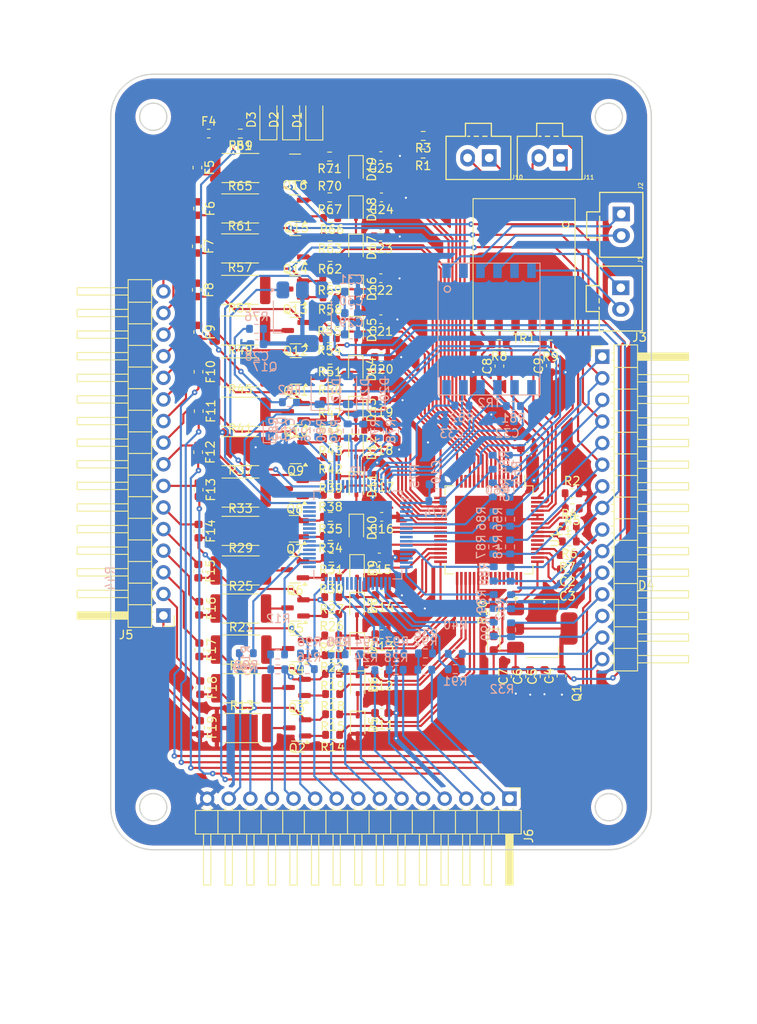
<source format=kicad_pcb>
(kicad_pcb (version 20241229) (generator "pcbnew") (generator_version "9.0")
  (layers (0 "F.Cu" signal) (2 "B.Cu" signal) (13 "F.Paste" user) (15 "B.Paste" user) (5 "F.SilkS" user "F.Silkscreen") (7 "B.SilkS" user "B.Silkscreen") (1 "F.Mask" user) (3 "B.Mask" user) (25 "Edge.Cuts" user))
  (net 0 "")
  (net 1 "Cell_1-")
  (net 2 "Net-(U1-V+)")
  (net 3 "/Vref1_1")
  (net 4 "/Vref2_1")
  (net 5 "Net-(C4-Pad2)")
  (net 6 "/Vreg_1")
  (net 7 "Net-(C8-Pad2)")
  (net 8 "Net-(C9-Pad2)")
  (net 9 "Net-(U2-V+)")
  (net 10 "/cell1/C")
  (net 11 "/cell2/C")
  (net 12 "/cell3/C")
  (net 13 "/cell4/C")
  (net 14 "/cell5/C")
  (net 15 "/cell6/C")
  (net 16 "/cell7/C")
  (net 17 "/cell8/C")
  (net 18 "/cell10/CM")
  (net 19 "/cell10/C")
  (net 20 "/cell11/C")
  (net 21 "/cell12/C")
  (net 22 "/cell13/C")
  (net 23 "/cell14/C")
  (net 24 "/cell15/C")
  (net 25 "/Vref1_2")
  (net 26 "/Vref2_2")
  (net 27 "Net-(C28-Pad2)")
  (net 28 "/Vreg_2")
  (net 29 "Net-(C32-Pad2)")
  (net 30 "Net-(C33-Pad2)")
  (net 31 "/T1")
  (net 32 "Net-(D1-K)")
  (net 33 "Net-(D4-K)")
  (net 34 "Net-(D20-K)")
  (net 35 "Net-(D23-K)")
  (net 36 "Cell_15+")
  (net 37 "Net-(J5-Pin_16)")
  (net 38 "Net-(J5-Pin_15)")
  (net 39 "Cell_14+")
  (net 40 "Net-(J5-Pin_14)")
  (net 41 "Cell_13+")
  (net 42 "Net-(J5-Pin_13)")
  (net 43 "Cell_12+")
  (net 44 "Cell_11+")
  (net 45 "Net-(J5-Pin_12)")
  (net 46 "Cell_10+")
  (net 47 "Net-(J5-Pin_11)")
  (net 48 "Cell_9+")
  (net 49 "Net-(J5-Pin_10)")
  (net 50 "Net-(J5-Pin_9)")
  (net 51 "Cell_8+")
  (net 52 "Cell_7+")
  (net 53 "Net-(J5-Pin_8)")
  (net 54 "Cell_6+")
  (net 55 "Net-(J5-Pin_7)")
  (net 56 "Net-(J5-Pin_6)")
  (net 57 "Cell_5+")
  (net 58 "Cell_4+")
  (net 59 "Net-(J5-Pin_5)")
  (net 60 "Cell_3+")
  (net 61 "Net-(J5-Pin_4)")
  (net 62 "Net-(J5-Pin_3)")
  (net 63 "Cell_2+")
  (net 64 "Cell_1+")
  (net 65 "Net-(J5-Pin_2)")
  (net 66 "Net-(J5-Pin_1)")
  (net 67 "Net-(J1-Pin_2)")
  (net 68 "Net-(J1-Pin_1)")
  (net 69 "Net-(J2-Pin_2)")
  (net 70 "Net-(J2-Pin_1)")
  (net 71 "Meas8+")
  (net 72 "Meas9+")
  (net 73 "Meas10+")
  (net 74 "Meas13+")
  (net 75 "Meas14+")
  (net 76 "Meas15+")
  (net 77 "Meas11+")
  (net 78 "Meas12+")
  (net 79 "Meas4+")
  (net 80 "Meas6+")
  (net 81 "Meas5+")
  (net 82 "Meas7+")
  (net 83 "Meas3+")
  (net 84 "Meas1+")
  (net 85 "Meas2+")
  (net 86 "Net-(J10-Pin_2)")
  (net 87 "Net-(J10-Pin_1)")
  (net 88 "Net-(J11-Pin_2)")
  (net 89 "Net-(J11-Pin_1)")
  (net 90 "Net-(Q1-B)")
  (net 91 "Net-(Q2-D)")
  (net 92 "Net-(Q2-G)")
  (net 93 "Net-(Q3-D)")
  (net 94 "Net-(Q3-G)")
  (net 95 "Net-(Q4-D)")
  (net 96 "Net-(Q4-G)")
  (net 97 "Net-(Q5-G)")
  (net 98 "Net-(Q5-D)")
  (net 99 "Net-(Q6-G)")
  (net 100 "Net-(Q6-D)")
  (net 101 "Net-(Q7-G)")
  (net 102 "Net-(Q7-D)")
  (net 103 "Net-(Q8-G)")
  (net 104 "Net-(Q8-D)")
  (net 105 "Net-(Q9-G)")
  (net 106 "Net-(Q9-D)")
  (net 107 "Net-(Q10-G)")
  (net 108 "Net-(Q10-D)")
  (net 109 "Net-(Q11-G)")
  (net 110 "Net-(Q11-D)")
  (net 111 "Net-(Q12-D)")
  (net 112 "Net-(Q12-G)")
  (net 113 "Net-(Q13-D)")
  (net 114 "Net-(Q13-G)")
  (net 115 "Net-(Q14-G)")
  (net 116 "Net-(Q14-D)")
  (net 117 "Net-(Q15-D)")
  (net 118 "Net-(Q15-G)")
  (net 119 "Net-(Q16-D)")
  (net 120 "Net-(Q16-G)")
  (net 121 "Net-(Q17-B)")
  (net 122 "Net-(U1-ICMP)")
  (net 123 "Net-(U1-WDT)")
  (net 124 "Net-(U1-IBIAS)")
  (net 125 "Net-(U1-ISOMD)")
  (net 126 "Net-(U1-DTEN)")
  (net 127 "/IMB_1")
  (net 128 "/IPB_1")
  (net 129 "/IPA_1")
  (net 130 "/IMA_1")
  (net 131 "/cell1/S")
  (net 132 "/cell2/S")
  (net 133 "/cell3/S")
  (net 134 "/cell4/S")
  (net 135 "/cell5/S")
  (net 136 "/cell6/S")
  (net 137 "/cell7/S")
  (net 138 "/cell8/S")
  (net 139 "/cell9/S")
  (net 140 "/cell10/S")
  (net 141 "/cell11/S")
  (net 142 "/cell12/S")
  (net 143 "/cell13/S")
  (net 144 "/cell14/S")
  (net 145 "/cell15/S")
  (net 146 "Net-(U2-ICMP)")
  (net 147 "Net-(U2-WDT)")
  (net 148 "Net-(U2-IBIAS)")
  (net 149 "Net-(U2-ISOMD)")
  (net 150 "Net-(U2-DTEN)")
  (net 151 "/IPB_2")
  (net 152 "/IMB_2")
  (net 153 "/IMA_2")
  (net 154 "/IPA_2")
  (net 155 "Net-(U2-C15)")
  (net 156 "Net-(U2-C14)")
  (net 157 "Net-(U2-C13)")
  (net 158 "Net-(U2-C12)")
  (net 159 "Net-(U2-C11)")
  (net 160 "Net-(U2-C10)")
  (net 161 "Net-(U2-C9)")
  (net 162 "Net-(U2-C8)")
  (net 163 "Net-(U2-C7)")
  (net 164 "Net-(U2-C6)")
  (net 165 "Net-(U2-C5)")
  (net 166 "Net-(U2-C4)")
  (net 167 "Net-(U2-C3)")
  (net 168 "Net-(U2-C1)")
  (net 169 "Net-(U2-C2)")
  (footprint "Resistor_SMD:R_0603_1608Metric" (layer "F.Cu") (at 70.525 52.25 180)
    (property "Reference" "R66")
    (property "Value" "3.3k")
  )
  (footprint "Capacitor_SMD:C_0603_1608Metric" (layer "F.Cu") (at 76.425 59.325 180)
    (property "Reference" "C22")
    (property "Value" "100n")
  )
  (footprint "Resistor_SMD:R_2512_6332Metric" (layer "F.Cu") (at 60 102.975)
    (property "Reference" "R21")
    (property "Value" "22")
  )
  (footprint "Capacitor_SMD:C_0603_1608Metric" (layer "F.Cu") (at 76.475 68.6 180)
    (property "Reference" "C20")
    (property "Value" "100n")
  )
  (footprint "Package_TO_SOT_SMD:SOT-23" (layer "F.Cu") (at 66.35 60.6 180)
    (property "Reference" "Q13")
    (property "Value" "TSM2323")
  )
  (footprint "Diode_SMD:D_SOD-323" (layer "F.Cu") (at 73.5 46.525 -90)
    (property "Reference" "D19")
    (property "Value" "PDZ7.5B")
  )
  (footprint "Resistor_SMD:R_0603_1608Metric" (layer "F.Cu") (at 70.65 96.8 180)
    (property "Reference" "R27")
    (property "Value" "100")
  )
  (footprint "Fuse:Fuse_0603_1608Metric" (layer "F.Cu") (at 56.175 42.325)
    (property "Reference" "F4")
    (property "Value" "0.25A")
  )
  (footprint "Resistor_SMD:R_0603_1608Metric" (layer "F.Cu") (at 70.45 61.575 180)
    (property "Reference" "R58")
    (property "Value" "3.3k")
  )
  (footprint "Diode_SMD:D_SOD-123" (layer "F.Cu") (at 63.2 40.7 90)
    (property "Reference" "D3")
    (property "Value" "MMSZ5268BT1G")
  )
  (footprint "Capacitor_SMD:C_0603_1608Metric" (layer "F.Cu") (at 76.525 87.375 180)
    (property "Reference" "C16")
    (property "Value" "100n")
  )
  (footprint "Resistor_SMD:R_0603_1608Metric" (layer "F.Cu") (at 70.5 89.625 180)
    (property "Reference" "R34")
    (property "Value" "3.3k")
  )
  (footprint "Capacitor_SMD:C_0603_1608Metric" (layer "F.Cu") (at 93.675 79.3 180)
    (property "Reference" "C1")
    (property "Value" "100n")
  )
  (footprint "Fuse:Fuse_0603_1608Metric" (layer "F.Cu") (at 54.775 60.7 -90)
    (property "Reference" "F8")
    (property "Value" "0.25A")
  )
  (footprint "Resistor_SMD:R_0603_1608Metric" (layer "F.Cu") (at 98.95 86.375 180)
    (property "Reference" "R5")
    (property "Value" "1.2k")
  )
  (footprint "Resistor_SMD:R_2512_6332Metric" (layer "F.Cu") (at 59.9125 84.525)
    (property "Reference" "R37")
    (property "Value" "22")
  )
  (footprint "Fuse:Fuse_0603_1608Metric" (layer "F.Cu") (at 54.975 89.05 -90)
    (property "Reference" "F14")
    (property "Value" "0.25A")
  )
  (footprint "Package_TO_SOT_SMD:SOT-23" (layer "F.Cu") (at 66.3 84.05 180)
    (property "Reference" "Q8")
    (property "Value" "TSM2323")
  )
  (footprint "Resistor_SMD:R_0603_1608Metric" (layer "F.Cu") (at 70.375 64.15 180)
    (property "Reference" "R55")
    (property "Value" "100")
  )
  (footprint "Package_TO_SOT_SMD:SOT-23" (layer "F.Cu") (at 66.3 88.775 180)
    (property "Reference" "Q7")
    (property "Value" "TSM2323")
  )
  (footprint "Resistor_SMD:R_0603_1608Metric" (layer "F.Cu") (at 70.45 47.375 180)
    (property "Reference" "R70")
    (property "Value" "3.3k")
  )
  (footprint "Resistor_SMD:R_0603_1608Metric" (layer "F.Cu") (at 70.5 75.825 180)
    (property "Reference" "R46")
    (property "Value" "3.3k")
  )
  (footprint "Fuse:Fuse_0603_1608Metric" (layer "F.Cu") (at 54.9375 79.775 -90)
    (property "Reference" "F12")
    (property "Value" "0.25A")
  )
  (footprint "Resistor_SMD:R_2512_6332Metric" (layer "F.Cu") (at 59.95 93.675)
    (property "Reference" "R29")
    (property "Value" "22")
  )
  (footprint "Resistor_SMD:R_0603_1608Metric" (layer "F.Cu") (at 70.725 105.825 180)
    (property "Reference" "R19")
    (property "Value" "100")
  )
  (footprint "Diode_SMD:D_SOD-323" (layer "F.Cu") (at 73.65 102.6 -90)
    (property "Reference" "D7")
    (property "Value" "PDZ7.5B")
  )
  (footprint "Diode_SMD:D_SOD-323" (layer "F.Cu") (at 73.525 60.575 -90)
    (property "Reference" "D16")
    (property "Value" "PDZ7.5B")
  )
  (footprint "ENNOID:TQFP-64-1EP_10x10mm_P0.5mm_EP8x8mm" (layer "F.Cu") (at 89.15 88.9 -90)
    (property "Reference" "U1")
    (property "Value" "LTC6812")
  )
  (footprint "Resistor_SMD:R_0603_1608Metric" (layer "F.Cu") (at 70.6 94.45 180)
    (property "Reference" "R30")
    (property "Value" "3.3k")
  )
  (footprint "Diode_SMD:D_SOD-323" (layer "F.Cu") (at 73.525 65.425 -90)
    (property "Reference" "D15")
    (property "Value" "PDZ7.5B")
  )
  (footprint "Capacitor_SMD:C_0603_1608Metric" (layer "F.Cu") (at 76.4 54.425 180)
    (property "Reference" "C23")
    (property "Value" "100n")
  )
  (footprint "Fuse:Fuse_0603_1608Metric" (layer "F.Cu") (at 54.9475 65.655 -90)
    (property "Reference" "F9")
    (property "Value" "0.25A")
  )
  (footprint "Resistor_SMD:R_2512_6332Metric" (layer "F.Cu") (at 59.9625 98.15)
    (property "Reference" "R25")
    (property "Value" "22")
  )
  (footprint "Fuse:Fuse_0603_1608Metric" (layer "F.Cu") (at 54.775 55.575 -90)
    (property "Reference" "F7")
    (property "Value" "0.25A")
  )
  (footprint "Resistor_SMD:R_0603_1608Metric" (layer "F.Cu") (at 70.525 82.6 180)
    (property "Reference" "R39")
    (property "Value" "100")
  )
  (footprint "Diode_SMD:D_SOD-323" (layer "F.Cu") (at 73.625 97.85 -90)
    (property "Reference" "D8")
    (property "Value" "PDZ7.5B")
  )
  (footprint "Diode_SMD:D_SOD-323" (layer "F.Cu") (at 73.55 88.675 -90)
    (property "Reference" "D10")
    (property "Value" "PDZ7.5B")
  )
  (footprint "Resistor_SMD:R_0603_1608Metric" (layer "F.Cu") (at 59.9 42.325 180)
    (property "Reference" "FB1")
    (property "Value" "33")
  )
  (footprint "ENNOID:HM2102NL" (layer "F.Cu") (at 93.275 57.725 180)
    (property "Reference" "TR1")
    (property "Value" "HM2102NL")
  )
  (footprint "Package_TO_SOT_SMD:SOT-23" (layer "F.Cu") (at 66.3625 55.875 180)
    (property "Reference" "Q14")
    (property "Value" "TSM2323")
  )
  (footprint "Resistor_SMD:R_0603_1608Metric" (layer "F.Cu") (at 70.425 59.325 180)
    (property "Reference" "R59")
    (property "Value" "100")
  )
  (footprint "Package_TO_SOT_SMD:SOT-23" (layer "F.Cu") (at 66.3875 98.075 180)
    (property "Reference" "Q5")
    (property "Value" "TSM2323")
  )
  (footprint "Resistor_SMD:R_2512_6332Metric" (layer "F.Cu") (at 59.8875 70.4)
    (property "Reference" "R49")
    (property "Value" "22")
  )
  (footprint "Resistor_SMD:R_0603_1608Metric" (layer "F.Cu") (at 70.45 54.425 180)
    (property "Reference" "R63")
    (property "Value" "100")
  )
  (footprint "Resistor_SMD:R_0603_1608Metric" (layer "F.Cu") (at 70.65 101.325 180)
    (property "Reference" "R23")
    (property "Value" "100")
  )
  (footprint "Capacitor_SMD:C_0603_1608Metric" (layer "F.Cu") (at 76.425 44.975 180)
    (property "Reference" "C25")
    (property "Value" "100n")
  )
  (footprint "Capacitor_SMD:C_0603_1608Metric" (layer "F.Cu") (at 92.275 106.15 90)
    (property "Reference" "C7")
    (property "Value" "1uF")
  )
  (footprint "LED_SMD:LED_0603_1608Metric_Pad1.05x0.95mm_HandSolder" (layer "F.Cu") (at 89.7 102.225 -90)
    (property "Reference" "D4")
    (property "Value" "LED")
  )
  (footprint "Capacitor_SMD:C_0603_1608Metric" (layer "F.Cu") (at 98.375 95.275 180)
    (property "Reference" "C3")
    (property "Value" "1uF")
  )
  (footprint "Resistor_SMD:R_2512_6332Metric" (layer "F.Cu") (at 59.85 65.475)
    (property "Reference" "R53")
    (property "Value" "22")
  )
  (footprint "Package_TO_SOT_SMD:SOT-23" (layer "F.Cu") (at 66.3375 46.3 180)
    (property "Reference" "Q16")
    (property "Value" "TSM2323")
  )
  (footprint "Fuse:Fuse_0603_1608Metric" (layer "F.Cu") (at 54.9875 84.195 -90)
    (property "Reference" "F13")
    (property "Value" "0.25A")
  )
  (footprint "Package_TO_SOT_SMD:SOT-23" (layer "F.Cu") (at 66.5875 112.175 180)
    (property "Reference" "Q2")
    (property "Value" "TSM2323")
  )
  (footprint "Package_TO_SOT_SMD:SOT-23" (layer "F.Cu") (at 66.4625 102.85 180)
    (property "Reference" "Q4")
    (property "Value" "TSM2323")
  )
  (footprint "ENNOID:Pin_1x02-XL" (layer "F.Cu") (at 104.712 51.78)
    (property "Reference" "J2")
    (property "Value" "PA MA 2")
  )
  (footprint "Diode_SMD:D_SOD-323" (layer "F.Cu") (at 73.55 83.7 -90)
    (property "Reference" "D11")
    (property "Value" "PDZ7.5B")
  )
  (footprint "Fuse:Fuse_0603_1608Metric" (layer "F.Cu") (at 54.9475 93.755 -90)
    (property "Reference" "F15")
    (property "Value" "0.25A")
  )
  (footprint "Resistor_SMD:R_0603_1608Metric" (layer "F.Cu") (at 70.75 110.575 180)
    (property "Reference" "R15")
    (property "Value" "100")
  )
  (footprint "Resistor_SMD:R_2512_6332Metric" (layer "F.Cu") (at 59.9125 46.375)
    (property "Reference" "R69")
    (property "Value" "22")
  )
  (footprint "Resistor_SMD:R_0603_1608Metric" (layer "F.Cu") (at 70.75 113 180)
    (property "Reference" "R14")
    (property "Value" "3.3k")
  )
  (footprint "Package_TO_SOT_SMD:SOT-23" (layer "F.Cu") (at 66.425 70.2125 180)
    (property "Reference" "Q11")
    (property "Value" "TSM2323")
  )
  (footprint "Resistor_SMD:R_0603_1608Metric" (layer "F.Cu") (at 70.375 66.375 180)
    (property "Reference" "R54")
    (property "Value" "3.3k")
  )
  (footprint "Resistor_SMD:R_2512_6332Metric" (layer "F.Cu") (at 59.875 51.125)
    (property "Reference" "R65")
    (property "Value" "22")
  )
  (footprint "Resistor_SMD:R_0603_1608Metric" (layer "F.Cu") (at 70.45 56.825 180)
    (property "Reference" "R62")
    (property "Value" "3.3k")
  )
  (footprint "Capacitor_SMD:C_0603_1608Metric" (layer "F.Cu") (at 93.975 106.15 90)
    (property "Reference" "C6")
    (property "Value" "1uF")
  )
  (footprint "Fuse:Fuse_0603_1608Metric" (layer "F.Cu") (at 54.925 51.135 -90)
    (property "Reference" "F6")
    (property "Value" "0.25A")
  )
  (footprint "Fuse:Fuse_0603_1608Metric" (layer "F.Cu") (at 55 74.95 -90)
    (property "Reference" "F11")
    (property "Value" "0.25A")
  )
  (footprint "Capacitor_SMD:C_0603_1608Metric" (layer "F.Cu") (at 76.45 78.15 180)
    (property "Reference" "C18")
    (property "Value" "100n")
  )
  (footprint "Resistor_SMD:R_0603_1608Metric" (layer "F.Cu") (at 70.45 68.9 180)
    (property "Reference" "R51")
    (property "Value" "100")
  )
  (footprint "Capacitor_SMD:C_0603_1608Metric" (layer "F.Cu") (at 76.525 110.425 180)
    (property "Reference" "C11")
    (property "Value" "100n")
  )
  (footprint "Connector_PinHeader_2.54mm:PinHeader_1x16_P2.54mm_Horizontal" (layer "F.Cu") (at 50.85 98.975 180)
    (property "Reference" "J5")
    (property "Value" "Cells")
  )
  (footprint "Diode_SMD:D_SOD-123" (layer "F.Cu") (at 65.875 40.7 90)
    (property "Reference" "D2")
    (property "Value" "1N4148W")
  )
  (footprint "Resistor_SMD:R_2512_6332Metric" (layer "F.Cu") (at 59.9 79.65)
    (property "Reference" "R41")
    (property "Value" "22")
  )
  (footprint "Diode_SMD:D_SOD-323" (layer "F.Cu") (at 73.5 51.25 -90)
    (property "Reference" "D18")
    (property "Value" "PDZ7.5B")
  )
  (footprint "Capacitor_SMD:C_0603_1608Metric" (layer "F.Cu") (at 76.45 73.65 180)
    (property "Reference" "C19")
    (property "Value" "100n")
  )
  (footprint "Resistor_SMD:R_0603_1608Metric" (layer "F.Cu") (at 70.5 78.2 180)
    (property "Reference" "R43")
    (property "Value" "100")
  )
  (footprint "Package_TO_SOT_SMD:SOT-23" (layer "F.Cu") (at 66.4125 75 180)
    (property "Reference" "Q10")
    (property "Value" "TSM2323")
  )
  (footprint "Fuse:Fuse_0603_1608Metric" (layer "F.Cu") (at 54.975 70.325 -90)
    (property "Reference" "F10")
    (property "Value" "0.25A")
  )
  (footprint "Capacitor_SMD:C_0603_1608Metric" (layer "F.Cu") (at 76.55 101.175 180)
    (property "Reference" "C13")
    (property "Value" "100n")
  )
  (footprint "Package_TO_SOT_SMD:SOT-23" (layer "F.Cu") (at 66.3375 51.1 180)
    (property "Reference" "Q15")
    (property "Value" "TSM2323")
  )
  (footprint "Package_TO_SOT_SMD:SOT-23" (layer "F.Cu") (at 66.4 79.5625 180)
    (property "Reference" "Q9")
    (property "Value" "TSM2323")
  )
  (footprint "Diode_SMD:D_SOD-123" (layer "F.Cu") (at 68.6 40.725 90)
    (property "Reference" "D1")
    (property "Value" "1N4148W")
  )
  (footprint "Resistor_SMD:R_2512_6332Metric" (layer "F.Cu") (at 59.8625 55.825)
    (property "Reference" "R61")
    (property "Value" "22")
  )
  (footprint "Resistor_SMD:R_0603_1608Metric" (layer "F.Cu") (at 81.4 44.675 180)
    (property "Reference" "R1")
    (property "Value" "100")
  )
  (footprint "Connector_PinHeader_2.54mm:PinHeader_1x15_P2.54mm_Horizontal" (layer "F.Cu") (at 102.477 68.545)
    (property "Reference" "J3")
    (property "Value" "Sensors")
  )
  (footprint "Resistor_SMD:R_0603_1608Metric" (layer "F.Cu") (at 70.7 103.625 180)
    (property "Reference" "R22")
    (property "Value" "3.3k")
  )
  (footprint "Diode_SMD:D_SOD-323" (layer "F.Cu") (at 73.625 93.425 -90)
    (property "Reference" "D9")
    (property "Value" "PDZ7.5B")
  )
  (footprint "Capacitor_SMD:C_0603_1608Metric" (layer "F.Cu") (at 97.675 106.075 90)
    (property "Reference" "C4")
    (property "Value" "100n")
  )
  (footprint "Resistor_SMD:R_0603_1608Metric" (layer "F.Cu") (at 70.5 80.35 180)
    (property "Reference" "R42")
    (property "Value" "3.3k")
  )
  (footprint "Capacitor_SMD:C_0603_1608Metric" (layer "F.Cu") (at 90.375 69.65 90)
    (property "Reference" "C8")
    (property "Value" "100p")
  )
  (footprint "Resistor_SMD:R_0603_1608Metric" (layer "F.Cu") (at 70.45 73.75 180)
    (property "Reference" "R47")
    (property "Value" "100")
  )
  (footprint "Resistor_SMD:R_2512_6332Metric" (layer "F.Cu") (at 60.1 112.2)
    (property "Reference" "R13")
    (property "Value" "22")
  )
  (footprint "Resistor_SMD:R_2512_6332Metric" (layer "F.Cu") (at 60.05 107.525)
    (property "Reference" "R17")
    (property "Value" "22")
  )
  (footprint "Resistor_SMD:R_0603_1608Metric" (layer "F.Cu") (at 90.35 67.075 180)
    (property "Reference" "R8")
    (property "Value" "100")
  )
  (footprint "Resistor_SMD:R_0603_1608Metric" (layer "F.Cu") (at 70.4 45.025 180)
    (property "Reference" "R71")
    (property "Value" "100")
  )
  (footprint "Resistor_SMD:R_2512_6332Metric" (layer "F.Cu") (at 59.9125 89.025)
    (property "Reference" "R33")
    (property "Value" "22")
  )
  (footprint "Capacitor_SMD:C_0603_1608Metric" (layer "F.Cu") (at 95.685 106.15 90)
    (property "Reference" "C5")
    (property "Value" "1uF")
  )
  (footprint "Package_TO_SOT_SMD:SOT-223" (layer "F.Cu") (at 95.425 100.5)
    (property "Reference" "Q1")
    (property "Value" "DZTT5551")
  )
  (footprint "Resistor_SMD:R_0603_1608Metric" (layer "F.Cu") (at 98.35 91.85 180)
    (property "Reference" "R7")
    (property "Value" "0")
  )
  (footprint "Capacitor_SMD:C_0603_1608Metric" (layer "F.Cu") (at 96.425 69.6 90)
    (property "Reference" "C9")
    (property "Value" "100p")
  )
  (footprint "Connector_PinHeader_2.54mm:PinHeader_1x15_P2.54mm_Horizontal" (layer "F.Cu") (at 91.555 120.5 -90)
    (property "Reference" "J6")
    (property "Value" "Sensors")
  )
  (footprint "Resistor_SMD:R_0603_1608Metric" (layer "F.Cu") (at 89.7 98.675 90)
    (property "Reference" "R10")
    (property "Value" "1.2k")
  )
  (footprint "Resistor_SMD:R_2512_6332Metric" (layer "F.Cu") (at 59.8625 60.7)
    (property "Reference" "R57")
    (property "Value" "22")
  )
  (footprint "Resistor_SMD:R_0603_1608Metric" (layer "F.Cu") (at 98.6 88.49)
    (property "Reference" "R4")
    (property "Value" "1M")
  )
  (footprint "ENNOID:Pin_1x02-XL" (layer "F.Cu") (at 104.65 60.45)
    (property "Reference" "J1")
    (property "Value" "PB MB 2")
  )
  (footprint "Capacitor_SMD:C_0603_1608Metric" (layer "F.Cu") (at 76.475 105.825 180)
    (property "Reference" "C12")
    (property "Value" "100n")
  )
  (footprint "Capacitor_SMD:C_0603_1608Metric" (layer "F.Cu") (at 76.25 92.15 180)
    (property "Reference" "C15")
    (property "Value" "100n")
  )
  (footprint "Package_TO_SOT_SMD:SOT-23" (layer "F.Cu") (at 66.325 93.5875 180)
    (property "Reference" "Q6")
    (property "Value" "TSM2323")
  )
  (footprint "ENNOID:Pin_1x02-XL" (layer "F.Cu") (at 97.557 45.184 -90)
    (property "Reference" "J11")
    (property "Value" "PA MA 1")
  )
  (footprint "Package_TO_SOT_SMD:SOT-23" (layer "F.Cu") (at 66.4125 65.475 180)
    (property "Reference" "Q12")
    (property "Value" "TSM2323")
  )
  (footprint "Capacitor_SMD:C_0603_1608Metric" (layer "F.Cu") (at 76.425 64.15 180)
    (property "Reference" "C21")
    (property "Value" "100n")
  )
  (footprint "Fuse:Fuse_0603_1608Metric" (layer "F.Cu") (at 55.15 112.125 -90)
    (property "Reference" "F19")
    (property "Value" "0.25A")
  )
  (footprint "Resistor_SMD:R_0603_1608Metric" (layer "F.Cu") (at 96.375 67.125 180)
    (property "Reference" "R9")
    (property "Value" "100")
  )
  (footprint "Resistor_SMD:R_0603_1608Metric" (layer "F.Cu") (at 70.425 49.825 180)
    (property "Reference" "R67")
    (property "Value" "100")
  )
  (footprint "Diode_SMD:D_SOD-323" (layer "F.Cu") (at 73.7 107.1 -90)
    (property "Reference" "D6")
    (property "Value" "PDZ7.5B")
  )
  (footprint "Diode_SMD:D_SOD-323" (layer "F.Cu") (at 73.475 70.025 -90)
    (property "Reference" "D14")
    (property "Value" "PDZ7.5B")
  )
  (footprint "Capacitor_SMD:C_0603_1608Metric" (layer "F.Cu") (at 76.55 82.45 180)
    (property "Reference" "C17")
    (property "Value" "100n")
  )
  (footprint "Package_TO_SOT_SMD:SOT-23" (layer "F.Cu") (at 66.5125 107.425 180)
    (property "Reference" "Q3")
    (property "Value" "TSM2323")
  )
  (footprint "Capacitor_SMD:C_0603_1608Metric" (layer "F.Cu") (at 76.5 49.825 180)
    (property "Reference" "C24")
    (property "Value" "100n")
  )
  (footprint "Fuse:Fuse_0603_1608Metric" (layer "F.Cu") (at 55.05 98.125 -90)
    (property "Reference" "F16")
    (property "Value" "0.25A")
  )
  (footprint "Fuse:Fuse_0603_1608Metric" (layer "F.Cu") (at 55.175 107.45 -90)
    (property "Reference" "F18")
    (property "Value" "0.25A")
  )
  (footprint "Capacitor_SMD:C_0603_1608Metric" (layer "F.Cu") (at 98.375 93.55 180)
    (property "Reference" "C2")
    (property "Value" "1uF")
  )
  (footprint "Resistor_SMD:R_0603_1608Metric" (layer "F.Cu") (at 70.5 84.775 180)
    (property "Reference" "R38")
    (property "Value" "3.3k")
  )
  (footprint "Diode_SMD:D_SOD-323" (layer "F.Cu") (at 73.5 55.75 -90)
    (property "Reference" "D17")
    (property "Value" "PDZ7.5B")
  )
  (footprint "Fuse:Fuse_0603_1608Metric" (layer "F.Cu") (at 55.075 103 -90)
    (property "Reference" "F17")
    (property "Value" "0.25A")
  )
  (footprint "Capacitor_SMD:C_0603_1608Metric" (layer "F.Cu") (at 76.575 96.575 180)
    (property "Reference" "C14")
    (property "Value" "100n")
  )
  (footprint "Resistor_SMD:R_0603_1608Metric" (layer "F.Cu") (at 70.75 108.2 180)
    (property "Reference" "R18")
    (property "Value" "3.3k")
  )
  (footprint "Fuse:Fuse_0603_1608Metric" (layer "F.Cu") (at 54.85 46.325 -90)
    (property "Reference" "F5")
    (property "Value" "0.25A")
  )
  (footprint "Resistor_SMD:R_0603_1608Metric" (layer "F.Cu") (at 70.5 87.375 180)
    (property "Reference" "R35")
    (property "Value" "100")
  )
  (footprint "Resistor_SMD:R_0603_1608Metric" (layer "F.Cu") (at 70.475 71.05 180)
    (property "Reference" "R50")
    (property "Value" "3.3k")
  )
  (footprint "Diode_SMD:D_SOD-323" (layer "F.Cu") (at 73.475 74.825 -90)
    (property "Reference" "D13")
    (property "Value" "PDZ7.5B")
  )
  (footprint "Resistor_SMD:R_0603_1608Metric" (layer "F.Cu") (at 81.41 42.6 180)
    (property "Reference" "R3")
    (property "Value" "100")
  )
  (footprint "Diode_SMD:D_SOD-323" (layer "F.Cu") (at 73.7 111.825 -90)
    (property "Reference" "D5")
    (property "Value" "PDZ7.5B")
  )
  (footprint "ENNOID:Pin_1x02-XL" (layer "F.Cu") (at 89.175 45.184 -90)
    (property "Reference" "J10")
    (property "Value" "PB MB 1")
  )
  (footprint "Resistor_SMD:R_0603_1608Metric" (layer "F.Cu") (at 98.6 90.27 180)
    (property "Reference" "R6")
    (property "Value" "0")
  )
  (footprint "Diode_SMD:D_SOD-323" (layer "F.Cu") (at 73.5 79.275 -90)
    (property "Reference" "D12")
    (property "Value" "PDZ7.5B")
  )
  (footprint "Resistor_SMD:R_0603_1608Metric" (layer "F.Cu") (at 70.65 98.8 180)
    (property "Reference" "R26")
    (property "Value" "3.3k")
  )
  (footprint "Resistor_SMD:R_0603_1608Metric" (layer "F.Cu") (at 98.925 84.6)
    (property "Reference" "R2")
    (property "Value" "806")
  )
  (footprint "Resistor_SMD:R_0603_1608Metric" (layer "F.Cu") (at 70.6 92.175 180)
    (property "Reference" "R31")
    (property "Value" "100")
  )
  (footprint "Resistor_SMD:R_2512_6332Metric" (layer "F.Cu") (at 59.8875 75.025)
    (property "Reference" "R45")
    (property "Value" "22")
  )
  (footprint "Resistor_SMD:R_0603_1608Metric" (layer "B.Cu") (at 85.175 105.275)
    (property "Reference" "R91")
    (property "Value" "100")
  )
  (footprint "Resistor_SMD:R_0603_1608Metric" (layer "B.Cu") (at 78.3 103.475 180)
    (property "Reference" "R93")
    (property "Value" "100")
  )
  (footprint "Capacitor_SMD:C_0603_1608Metric" (layer "B.Cu") (at 82.925 83.55 180)
    (property "Reference" "C10")
    (property "Value" "100n")
  )
  (footprint "Resistor_SMD:R_0603_1608Metric" (layer "B.Cu") (at 91.75 97.35 -90)
    (property "Reference" "R52")
    (property "Value" "680")
  )
  (footprint "Resistor_SMD:R_0603_1608Metric" (layer "B.Cu") (at 92.025 74.35)
    (property "Reference" "R81")
    (property "Value" "100")
  )
  (footprint "ENNOID:HM2102NL" (layer "B.Cu") (at 89.15 65.3)
    (property "Reference" "TR2")
    (property "Value" "HM2102NL")
  )
  (footprint "Package_TO_SOT_SMD:SOT-223" (layer "B.Cu") (at 67.2 63.85 -90)
    (property "Reference" "Q17")
    (property "Value" "DZTT5551")
  )
  (footprint "Resistor_SMD:R_0603_1608Metric" (layer "B.Cu") (at 89.7 97.325 -90)
    (property "Reference" "R89")
    (property "Value" "100")
  )
  (footprint "Capacitor_SMD:C_0603_1608Metric" (layer "B.Cu") (at 84.775 76.175)
    (property "Reference" "C33")
    (property "Value" "100p")
  )
  (footprint "Resistor_SMD:R_0603_1608Metric" (layer "B.Cu") (at 81.6 105.35 180)
    (property "Reference" "R36")
    (property "Value" "680")
  )
  (footprint "Resistor_SMD:R_0603_1608Metric" (layer "B.Cu") (at 89.675 87.575 -90)
    (property "Reference" "R86")
    (property "Value" "100")
  )
  (footprint "ENNOID:TQFP-64-1EP_10x10mm_P0.5mm_EP8x8mm" (layer "B.Cu") (at 73.725 89.5 180)
    (property "Reference" "U2")
    (property "Value" "LTC6812")
  )
  (footprint "Resistor_SMD:R_0603_1608Metric" (layer "B.Cu") (at 91.625 90.9 -90)
    (property "Reference" "R48")
    (property "Value" "680")
  )
  (footprint "LED_SMD:LED_0603_1608Metric_Pad1.05x0.95mm_HandSolder" (layer "B.Cu") (at 63.325 77 90)
    (property "Reference" "D23")
    (property "Value" "LED")
  )
  (footprint "Diode_SMD:D_SOD-123" (layer "B.Cu") (at 75.925 72.5 90)
    (property "Reference" "D20")
    (property "Value" "1N4148W")
  )
  (footprint "Resistor_SMD:R_0603_1608Metric" (layer "B.Cu") (at 67.775 105.275 180)
    (property "Reference" "R16")
    (property "Value" "680")
  )
  (footprint "Resistor_SMD:R_0603_1608Metric" (layer "B.Cu") (at 91.75 100.65 -90)
    (property "Reference" "R32")
    (property "Value" "680")
  )
  (footprint "Resistor_SMD:R_0603_1608Metric" (layer "B.Cu") (at 89.575 80.95 90)
    (property "Reference" "R84")
    (property "Value" "100")
  )
  (footprint "Resistor_SMD:R_0603_1608Metric" (layer "B.Cu") (at 85.175 103.475 180)
    (property "Reference" "R40")
    (property "Value" "680")
  )
  (footprint "Resistor_SMD:R_0603_1608Metric" (layer "B.Cu") (at 65.675 73.9 180)
    (property "Reference" "FB2")
    (property "Value" "33")
  )
  (footprint "Resistor_SMD:R_0603_1608Metric" (layer "B.Cu") (at 89.6 84.2 90)
    (property "Reference" "R85")
    (property "Value" "100")
  )
  (footprint "Capacitor_SMD:C_0603_1608Metric" (layer "B.Cu") (at 61.85 67.075)
    (property "Reference" "C28")
    (property "Value" "100n")
  )
  (footprint "Resistor_SMD:R_0603_1608Metric" (layer "B.Cu") (at 71.405 105.3 180)
    (property "Reference" "R20")
    (property "Value" "680")
  )
  (footprint "Resistor_SMD:R_0603_1608Metric" (layer "B.Cu") (at 74.8 103.525 180)
    (property "Reference" "R94")
    (property "Value" "100")
  )
  (footprint "Resistor_SMD:R_0603_1608Metric" (layer "B.Cu") (at 81.675 103.425 180)
    (property "Reference" "R92")
    (property "Value" "100")
  )
  (footprint "Resistor_SMD:R_0603_1608Metric" (layer "B.Cu") (at 61.8 65.275 180)
    (property "Reference" "R76")
    (property "Value" "100")
  )
  (footprint "Resistor_SMD:R_0603_1608Metric" (layer "B.Cu") (at 89.7 94.075 -90)
    (property "Reference" "R88")
    (property "Value" "100")
  )
  (footprint "Resistor_SMD:R_0603_1608Metric" (layer "B.Cu") (at 85.975 74.3)
    (property "Reference" "R82")
    (property "Value" "100")
  )
  (footprint "Capacitor_SMD:C_0603_1608Metric" (layer "B.Cu") (at 72.95 63.425 180)
    (property "Reference" "C30")
    (property "Value" "1uF")
  )
  (footprint "Capacitor_SMD:C_0603_1608Metric" (layer "B.Cu") (at 69.075 77.2 -90)
    (property "Reference" "C26")
    (property "Value" "1uF")
  )
  (footprint "Resistor_SMD:R_0603_1608Metric" (layer "B.Cu") (at 74.9 105.4 180)
    (property "Reference" "R24")
    (property "Value" "680")
  )
  (footprint "Resistor_SMD:R_0603_1608Metric" (layer "B.Cu") (at 76.2 77.275 90)
    (property "Reference" "R78")
    (property "Value" "1.2k")
  )
  (footprint "Capacitor_SMD:C_0603_1608Metric" (layer "B.Cu") (at 91.3 76.125)
    (property "Reference" "C32")
    (property "Value" "100p")
  )
  (footprint "Resistor_SMD:R_0603_1608Metric" (layer "B.Cu") (at 82.9 85.525)
    (property "Reference" "R74")
    (property "Value" "100")
  )
  (footprint "Resistor_SMD:R_0603_1608Metric" (layer "B.Cu") (at 78.225 105.35 180)
    (property "Reference" "R28")
    (property "Value" "680")
  )
  (footprint "Resistor_SMD:R_0603_1608Metric" (layer "B.Cu") (at 65.24 77.065 -90)
    (property "Reference" "R83")
    (property "Value" "1.2k")
  )
  (footprint "Resistor_SMD:R_0603_1608Metric" (layer "B.Cu") (at 71.4 103.525 180)
    (property "Reference" "R95")
    (property "Value" "100")
  )
  (footprint "Resistor_SMD:R_0603_1608Metric" (layer "B.Cu") (at 67.8 103.45 180)
    (property "Reference" "R96")
    (property "Value" "100")
  )
  (footprint "Capacitor_SMD:C_0603_1608Metric" (layer "B.Cu") (at 67.225 77.15 -90)
    (property "Reference" "C27")
    (property "Value" "1uF")
  )
  (footprint "Resistor_SMD:R_0603_1608Metric" (layer "B.Cu") (at 60.705 105.4 180)
    (property "Reference" "R11")
    (property "Value" "680")
  )
  (footprint "Resistor_SMD:R_0603_1608Metric" (layer "B.Cu") (at 64.275 103.55)
    (property "Reference" "R99")
    (property "Value" "100")
  )
  (footprint "Resistor_SMD:R_0603_1608Metric" (layer "B.Cu") (at 60.6 103.4)
    (property "Reference" "R98")
    (property "Value" "100")
  )
  (footprint "Diode_SMD:D_SOD-123" (layer "B.Cu") (at 72.575 72.5 90)
    (property "Reference" "D21")
    (property "Value" "1N4148W")
  )
  (footprint "Resistor_SMD:R_0603_1608Metric" (layer "B.Cu") (at 74.35 77.3 90)
    (property "Reference" "R77")
    (property "Value" "1M")
  )
  (footprint "Resistor_SMD:R_0603_1608Metric" (layer "B.Cu") (at 72.525 77.275 -90)
    (property "Reference" "R79")
    (property "Value" "0")
  )
  (footprint "Resistor_SMD:R_0603_1608Metric" (layer "B.Cu") (at 64.305 105.3 180)
    (property "Reference" "R12")
    (property "Value" "680")
  )
  (footprint "Resistor_SMD:R_0603_1608Metric" (layer "B.Cu") (at 91.7 94.1 -90)
    (property "Reference" "R44")
    (property "Value" "680")
  )
  (footprint "Capacitor_SMD:C_0603_1608Metric" (layer "B.Cu") (at 72.95 60.915 180)
    (property "Reference" "C31")
    (property "Value" "1uF")
  )
  (footprint "Resistor_SMD:R_0603_1608Metric" (layer "B.Cu") (at 70.85 77.225 -90)
    (property "Reference" "R80")
    (property "Value" "0")
  )
  (footprint "Resistor_SMD:R_0603_1608Metric" (layer "B.Cu") (at 77.975 77.35 90)
    (property "Reference" "R75")
    (property "Value" "806")
  )
  (footprint "Resistor_SMD:R_0603_1608Metric" (layer "B.Cu") (at 89.7 100.575 -90)
    (property "Reference" "R90")
    (property "Value" "100")
  )
  (footprint "Resistor_SMD:R_0603_1608Metric" (layer "B.Cu") (at 91.625 87.65 -90)
    (property "Reference" "R56")
    (property "Value" "680")
  )
  (footprint "Resistor_SMD:R_0603_1608Metric" (layer "B.Cu") (at 91.475 80.95 -90)
    (property "Reference" "R64")
    (property "Value" "680")
  )
  (footprint "Diode_SMD:D_SOD-123" (layer "B.Cu") (at 69.225 72.5 90)
    (property "Reference" "D22")
    (property "Value" "MMSZ5268BT1G")
  )
  (footprint "Resistor_SMD:R_0603_1608Metric" (layer "B.Cu") (at 91.55 84.25 -90)
    (property "Reference" "R60")
    (property "Value" "680")
  )
  (footprint "Capacitor_SMD:C_0603_1608Metric" (layer "B.Cu") (at 72.95 65.935 180)
    (property "Reference" "C29")
    (property "Value" "1uF")
  )
  (footprint "Resistor_SMD:R_0603_1608Metric" (layer "B.Cu") (at 89.65 90.9 -90)
    (property "Reference" "R87")
    (property "Value" "100")
  )
  (gr_arc (start 44.65 40.35) (mid 46.114466 36.814466) (end 49.65 35.35) (stroke (width 0.16)) (layer "Edge.Cuts"))
  (gr_line (start 44.65 40.35) (end 44.65 121.5) (stroke (width 0.16)) (layer "Edge.Cuts"))
  (gr_arc (start 103.25 35.35) (mid 106.785534 36.814466) (end 108.25 40.35) (stroke (width 0.16)) (layer "Edge.Cuts"))
  (gr_circle (center 103.25 40.35) (end 101.65 40.35) (stroke (width 0.16)) (fill no) (layer "Edge.Cuts"))
  (gr_line (start 103.25 35.35) (end 49.65 35.35) (stroke (width 0.16)) (layer "Edge.Cuts"))
  (gr_line (start 108.25 121.5) (end 108.25 40.35) (stroke (width 0.16)) (layer "Edge.Cuts"))
  (gr_line (start 49.65 126.5) (end 103.25 126.5) (stroke (width 0.16)) (layer "Edge.Cuts"))
  (gr_arc (start 108.25 121.5) (mid 106.785534 125.035534) (end 103.25 126.5) (stroke (width 0.16)) (layer "Edge.Cuts"))
  (gr_arc (start 49.65 126.5) (mid 46.114466 125.035534) (end 44.65 121.5) (stroke (width 0.16)) (layer "Edge.Cuts"))
  (gr_circle (center 49.65 40.35) (end 48.05 40.35) (stroke (width 0.16)) (fill no) (layer "Edge.Cuts"))
  (gr_circle (center 103.25 121.5) (end 101.65 121.5) (stroke (width 0.16)) (fill no) (layer "Edge.Cuts"))
  (gr_circle (center 49.65 121.5) (end 48.05 121.5) (stroke (width 0.16)) (fill no) (layer "Edge.Cuts"))
  (segment (start 77.25 68.6) (end 78.825 68.6) (width 0.25) (layer "F.Cu") (net 1))
  (segment (start 77.225 73.65) (end 78.97 73.65) (width 0.25) (layer "F.Cu") (net 1))
  (segment (start 93.975 106.925) (end 93.975 108.25) (width 0.25) (layer "F.Cu") (net 1))
  (segment (start 95.685 108.215) (end 95.675 108.225) (width 0.25) (layer "F.Cu") (net 1))
  (segment (start 77.27 78.15) (end 78.58 79.46) (width 0.25) (layer "F.Cu") (net 1))
  (segment (start 89.15 88.9) (end 90.4 87.65) (width 0.25) (layer "F.Cu") (net 1))
  (segment (start 77.025 92.15) (end 78.1 92.15) (width 0.25) (layer "F.Cu") (net 1))
  (segment (start 77.2 59.325) (end 78.6 59.325) (width 0.25) (layer "F.Cu") (net 1))
  (segment (start 78.275 104.325) (end 78.275 104.8) (width 0.25) (layer "F.Cu") (net 1))
  (segment (start 87.9 90.15) (end 89.15 88.9) (width 0.25) (layer "F.Cu") (net 1))
  (segment (start 87.9 94.6) (end 87.9 90.15) (width 0.25) (layer "F.Cu") (net 1))
  (segment (start 99.15 95.275) (end 97.055 97.37) (width 0.25) (layer "F.Cu") (net 1))
  (segment (start 78.6 59.325) (end 78.625 59.35) (width 0.25) (layer "F.Cu") (net 1))
  (segment (start 96.425 70.375) (end 98.151 70.375) (width 0.25) (layer "F.Cu") (net 1))
  (segment (start 94.45 79.3) (end 94.45 83.1) (width 0.25) (layer "F.Cu") (net 1))
  (segment (start 92.275 108.125) (end 92.3 108.15) (width 0.25) (layer "F.Cu") (net 1))
  (segment (start 78.275 104.8) (end 77.25 105.825) (width 0.25) (layer "F.Cu") (net 1))
  (segment (start 87.9 94.6) (end 87.9 96.05) (width 0.25) (layer "F.Cu") (net 1))
  (segment (start 77.325 82.45) (end 77.325 82.325) (width 0.25) (layer "F.Cu") (net 1))
  (segment (start 77.325 101.175) (end 77.7 101.175) (width 0.25) (layer "F.Cu") (net 1))
  (segment (start 61.7 79.2) (end 59.525 79.2) (width 0.25) (layer "F.Cu") (net 1))
  (segment (start 94.45 83.6) (end 89.15 88.9) (width 0.25) (layer "F.Cu") (net 1))
  (segment (start 77.225 78.15) (end 77.27 78.15) (width 0.25) (layer "F.Cu") (net 1))
  (segment (start 78.875 96.575) (end 78.9 96.6) (width 0.25) (layer "F.Cu") (net 1))
  (segment (start 95.325 70.375) (end 95.275 70.425) (width 0.25) (layer "F.Cu") (net 1))
  (segment (start 90.4 87.65) (end 94.85 87.65) (width 0.25) (layer "F.Cu") (net 1))
  (segment (start 90.375 70.425) (end 89.2 70.425) (width 0.25) (layer "F.Cu") (net 1))
  (segment (start 77.2 44.975) (end 78.65 44.975) (width 0.25) (layer "F.Cu") (net 1))
  (segment (start 78.35 64.15) (end 78.375 64.175) (width 0.25) (layer "F.Cu") (net 1))
  (segment (start 95.685 106.925) (end 95.685 108.215) (width 0.25) (layer "F.Cu") (net 1))
  (segment (start 77.175 54.425) (end 78.65 54.425) (width 0.25) (layer "F.Cu") (net 1))
  (segment (start 89.275 97.425) (end 89.7 97.85) (width 0.25) (layer "F.Cu") (net 1))
  (segment (start 99.75 84.6) (end 99.75 81.04) (width 0.25) (layer "F.Cu") (net 1))
  (segment (start 93.975 108.25) (end 94 108.275) (width 0.25) (layer "F.Cu") (net 1))
  (segment (start 97.675 108.225) (end 97.725 108.275) (width 0.25) (layer "F.Cu") (net 1))
  (segment (start 77.3 86.9) (end 75.475 85.075) (width 0.25) (layer "F.Cu") (net 1))
  (segment (start 77.325 82.325) (end 76 81) (width 0.25) (layer "F.Cu") (net 1))
  (segment (start 77.35 96.575) (end 78.875 96.575) (width 0.25) (layer "F.Cu") (net 1))
  (segment (start 97.055 97.37) (end 95.65 97.37) (width 0.25) (layer "F.Cu") (net 1))
  (segment (start 99.15 93.55) (end 99.23 93.55) (width 0.25) (layer "F.Cu") (net 1))
  (segment (start 77.3 87.375) (end 77.3 86.9) (width 0.25) (layer "F.Cu") (net 1))
  (segment (start 77.2 64.15) (end 78.35 64.15) (width 0.25) (layer "F.Cu") (net 1))
  (segment (start 55.15 112.9125) (end 56.425 112.9125) (width 0.25) (layer "F.Cu") (net 1))
  (segment (start 56.425 112.9125) (end 57.1375 112.2) (width 0.25) (layer "F.Cu") (net 1))
  (segment (start 99.75 81.04) (end 98.18 79.47) (width 0.25) (layer "F.Cu") (net 1))
  (segment (start 77.275 49.825) (end 79.325 49.825) (width 0.25) (layer "F.Cu") (net 1))
  (segment (start 78.225 110.425) (end 77.3 110.425) (width 0.25) (layer "F.Cu") (net 1))
  (segment (start 87.9 96.05) (end 89.275 97.425) (width 0.25) (layer "F.Cu") (net 1))
  (segment (start 77.7 101.175) (end 78.25 101.725) (width 0.25) (layer "F.Cu") (net 1))
  (segment (start 94.85 87.65) (end 94.85 87.15) (width 0.25) (layer "F.Cu") (net 1))
  (segment (start 78.65 44.975) (end 78.675 44.95) (width 0.25) (layer "F.Cu") (net 1))
  (segment (start 97.675 106.85) (end 97.675 108.225) (width 0.25) (layer "F.Cu") (net 1))
  (segment (start 94.45 83.1) (end 94.45 83.6) (width 0.25) (layer "F.Cu") (net 1))
  (segment (start 96.425 70.375) (end 95.325 70.375) (width 0.25) (layer "F.Cu") (net 1))
  (segment (start 78.97 73.65) (end 78.98 73.66) (width 0.25) (layer "F.Cu") (net 1))
  (segment (start 59.525 79.2) (end 57.775 77.45) (width 0.25) (layer "F.Cu") (net 1))
  (segment (start 79.325 49.825) (end 79.375 49.875) (width 0.25) (layer "F.Cu") (net 1))
  (segment (start 99.23 93.55) (end 100.24 92.54) (width 0.25) (layer "F.Cu") (net 1))
  (segment (start 92.275 106.925) (end 92.275 108.125) (width 0.25) (layer "F.Cu") (net 1))
  (via (at 75.475 85.075) (size 0.65) (drill 0.25) (layers "F.Cu" "B.Cu") (net 1))
  (via (at 87.325 70.35) (size 0.65) (drill 0.25) (layers "F.Cu" "B.Cu") (net 1))
  (via (at 95.275 70.425) (size 0.65) (drill 0.25) (layers "F.Cu" "B.Cu") (net 1))
  (via (at 95.675 108.225) (size 0.65) (drill 0.25) (layers "F.Cu" "B.Cu") (net 1))
  (via (at 98.18 79.47) (size 0.65) (drill 0.25) (layers "F.Cu" "B.Cu") (net 1))
  (via (at 94.45 83.1) (size 0.65) (drill 0.25) (layers "F.Cu" "B.Cu") (net 1))
  (via (at 98.151 70.375) (size 0.65) (drill 0.25) (layers "F.Cu" "B.Cu") (net 1))
  (via (at 81.975 78.625) (size 0.65) (drill 0.25) (layers "F.Cu" "B.Cu") (net 1))
  (via (at 78.1 92.15) (size 0.65) (drill 0.25) (layers "F.Cu" "B.Cu") (net 1))
  (via (at 78.625 59.35) (size 0.65) (drill 0.25) (layers "F.Cu" "B.Cu") (net 1))
  (via (at 76 81) (size 0.65) (drill 0.25) (layers "F.Cu" "B.Cu") (net 1))
  (via (at 89.2 70.425) (size 0.65) (drill 0.25) (layers "F.Cu" "B.Cu") (net 1))
  (via (at 78.825 68.6) (size 0.65) (drill 0.25) (layers "F.Cu" "B.Cu") (net 1))
  (via (at 78.675 44.95) (size 0.65) (drill 0.25) (layers "F.Cu" "B.Cu") (net 1))
  (via (at 61.7 79.2) (size 0.65) (drill 0.25) (layers "F.Cu" "B.Cu") (net 1))
  (via (at 97.725 108.275) (size 0.65) (drill 0.25) (layers "F.Cu" "B.Cu") (net 1))
  (via (at 100.24 92.54) (size 0.65) (drill 0.25) (layers "F.Cu" "B.Cu") (net 1))
  (via (at 78.275 104.325) (size 0.65) (drill 0.25) (layers "F.Cu" "B.Cu") (net 1))
  (via (at 78.225 110.425) (size 0.65) (drill 0.25) (layers "F.Cu" "B.Cu") (net 1))
  (via (at 81.6 98.15) (size 0.65) (drill 0.25) (layers "F.Cu" "B.Cu") (net 1))
  (via (at 57.775 77.45) (size 0.65) (drill 0.25) (layers "F.Cu" "B.Cu") (net 1))
  (via (at 88.23 97.44) (size 0.65) (drill 0.25) (layers "F.Cu" "B.Cu") (net 1))
  (via (at 79.375 49.875) (size 0.65) (drill 0.25) (layers "F.Cu" "B.Cu") (net 1))
  (via (at 78.25 101.725) (size 0.65) (drill 0.25) (layers "F.Cu" "B.Cu") (net 1))
  (via (at 78.65 54.425) (size 0.65) (drill 0.25) (layers "F.Cu" "B.Cu") (net 1))
  (via (at 89.425 75.35) (size 0.65) (drill 0.25) (layers "F.Cu" "B.Cu") (net 1))
  (via (at 92.3 108.15) (size 0.65) (drill 0.25) (layers "F.Cu" "B.Cu") (net 1))
  (via (at 78.225 113.4) (size 0.65) (drill 0.25) (layers "F.Cu" "B.Cu") (net 1))
  (via (at 78.9 96.6) (size 0.65) (drill 0.25) (layers "F.Cu" "B.Cu") (net 1))
  (via (at 94 108.275) (size 0.65) (drill 0.25) (layers "F.Cu" "B.Cu") (net 1))
  (via (at 78.58 79.46) (size 0.65) (drill 0.25) (layers "F.Cu" "B.Cu") (net 1))
  (via (at 78.98 73.66) (size 0.65) (drill 0.25) (layers "F.Cu" "B.Cu") (net 1))
  (via (at 95.65 97.37) (size 0.65) (drill 0.25) (layers "F.Cu" "B.Cu") (net 1))
  (via (at 78.375 64.175) (size 0.65) (drill 0.25) (layers "F.Cu" "B.Cu") (net 1))
  (segment (start 63.93 79.2) (end 61.7 79.2) (width 0.25) (layer "B.Cu") (net 1))
  (segment (start 84 76.6) (end 81.975 78.625) (width 0.25) (layer "B.Cu") (net 1))
  (segment (start 78.275 104.325) (end 78.225 104.375) (width 0.25) (layer "B.Cu") (net 1))
  (segment (start 78.9 94.675) (end 78.9 96.6) (width 0.25) (layer "B.Cu") (net 1))
  (segment (start 66.755 76.375) (end 65.24 77.89) (width 0.25) (layer "B.Cu") (net 1))
  (segment (start 87.4 70.425) (end 87.325 70.35) (width 0.25) (layer "B.Cu") (net 1))
  (segment (start 80.05 96.6) (end 81.6 98.15) (width 0.25) (layer "B.Cu") (net 1))
  (segment (start 69.1 76.4) (end 69.075 76.425) (width 0.25) (layer "B.Cu") (net 1))
  (segment (start 76.575 70.85) (end 78.825 68.6) (width 0.25) (layer "B.Cu") (net 1))
  (segment (start 84 76.175) (end 84 76.6) (width 0.25) (layer "B.Cu") (net 1))
  (segment (start 78.225 113.4) (end 78.225 110.425) (width 0.25) (layer "B.Cu") (net 1))
  (segment (start 75.925 70.85) (end 76.575 70.85) (width 0.25) (layer "B.Cu") (net 1))
  (segment (start 90.2 76.125) (end 89.425 75.35) (width 0.25) (layer "B.Cu") (net 1))
  (segment (start 77.975 74.665) (end 78.98 73.66) (width 0.25) (layer "B.Cu") (net 1))
  (segment (start 67.225 76.375) (end 66.755 76.375) (width 0.25) (layer "B.Cu") (net 1))
  (segment (start 95.65 97.37) (end 88.3 97.37) (width 0.25) (layer "B.Cu") (net 1))
  (segment (start 65.24 77.89) (end 63.93 79.2) (width 0.25) (layer "B.Cu") (net 1))
  (segment (start 74.975 82.025) (end 76 81) (width 0.25) (layer "B.Cu") (net 1))
  (segment (start 78.1 92.15) (end 77.775 92.475) (width 0.25) (layer "B.Cu") (net 1))
  (segment (start 88.3 97.37) (end 88.23 97.44) (width 0.25) (layer "B.Cu") (net 1))
  (segment (start 90.525 76.125) (end 90.2 76.125) (width 0.25) (layer "B.Cu") (net 1))
  (segment (start 78.275 104.325) (end 78.25 104.3) (width 0.25) (layer "B.Cu") (net 1))
  (segment (start 65.225 77.875) (end 65.24 77.89) (width 0.25) (layer "B.Cu") (net 1))
  (segment (start 98.18 79.47) (end 98.08 79.47) (width 0.25) (layer "B.Cu") (net 1))
  (segment (start 68.025 90.75) (end 72.475 90.75) (width 0.25) (layer "B.Cu") (net 1))
  (segment (start 70.85 76.4) (end 69.1 76.4) (width 0.25) (layer "B.Cu") (net 1))
  (segment (start 89.2 70.425) (end 87.4 70.425) (width 0.25) (layer "B.Cu") (net 1))
  (segment (start 75.475 83.8) (end 74.975 83.8) (width 0.25) (layer "B.Cu") (net 1))
  (segment (start 78.25 104.3) (end 78.25 101.725) (width 0.25) (layer "B.Cu") (net 1))
  (segment (start 72.475 90.75) (end 73.725 89.5) (width 0.25) (layer "B.Cu") (net 1))
  (segment (start 75.475 85.075) (end 75.475 87.75) (width 0.25) (layer "B.Cu") (net 1))
  (segment (start 75.475 83.8) (end 75.475 85.075) (width 0.25) (layer "B.Cu") (net 1))
  (segment (start 77.975 76.525) (end 77.975 74.665) (width 0.25) (layer "B.Cu") (net 1))
  (segment (start 78.9 96.6) (end 80.05 96.6) (width 0.25) (layer "B.Cu") (net 1))
  (segment (start 74.975 83.8) (end 74.975 82.025) (width 0.25) (layer "B.Cu") (net 1))
  (segment (start 98.08 79.47) (end 94.45 83.1) (width 0.25) (layer "B.Cu") (net 1))
  (segment (start 77.775 92.475) (end 77.775 93.55) (width 0.25) (layer "B.Cu") (net 1))
  (segment (start 77.775 93.55) (end 78.9 94.675) (width 0.25) (layer "B.Cu") (net 1))
  (segment (start 78.225 104.375) (end 78.225 110.425) (width 0.25) (layer "B.Cu") (net 1))
  (segment (start 75.475 87.75) (end 73.725 89.5) (width 0.25) (layer "B.Cu") (net 1))
  (segment (start 73.725 89.5) (end 78.9 94.675) (width 0.25) (layer "B.Cu") (net 1))
  (segment (start 86.275 73.525) (end 86.275 48.7) (width 0.25) (layer "F.Cu") (net 2))
  (segment (start 86.275 48.7) (end 82.25 44.675) (width 0.25) (layer "F.Cu") (net 2))
  (segment (start 92.9 83.2) (end 92.9 79.3) (width 0.25) (layer "F.Cu") (net 2))
  (segment (start 92.05 79.3) (end 86.275 73.525) (width 0.25) (layer "F.Cu") (net 2))
  (segment (start 82.25 44.675) (end 82.225 44.675) (width 0.25) (layer "F.Cu") (net 2))
  (segment (start 92.9 79.3) (end 92.05 79.3) (width 0.25) (layer "F.Cu") (net 2))
  (segment (start 96.9 93.55) (end 97.6 93.55) (width 0.25) (layer "F.Cu") (net 3))
  (segment (start 96.65 93.3) (end 96.9 93.55) (width 0.25) (layer "F.Cu") (net 3))
  (segment (start 96.275 91.65) (end 96.65 92.025) (width 0.25) (layer "F.Cu") (net 3))
  (segment (start 97.675 93.55) (end 97.7 93.55) (width 0.25) (layer "F.Cu") (net 3))
  (segment (start 96.65 92.025) (end 96.65 93.3) (width 0.25) (layer "F.Cu") (net 3))
  (segment (start 94.85 91.65) (end 96.275 91.65) (width 0.25) (layer "F.Cu") (net 3))
  (segment (start 96.15 92.398) (end 96.15 94.4) (width 0.25) (layer "F.Cu") (net 4))
  (segment (start 97.025 95.275) (end 97.6 95.275) (width 0.25) (layer "F.Cu") (net 4))
  (segment (start 96.15 94.4) (end 97.025 95.275) (width 0.25) (layer "F.Cu") (net 4))
  (segment (start 95.902 92.15) (end 96.15 92.398) (width 0.25) (layer "F.Cu") (net 4))
  (segment (start 97.84 95.035) (end 97.84 95.39) (width 0.25) (layer "F.Cu") (net 4))
  (segment (start 94.85 92.15) (end 95.902 92.15) (width 0.25) (layer "F.Cu") (net 4))
  (segment (start 99.15 106.425) (end 98.8 106.425) (width 0.25) (layer "F.Cu") (net 5))
  (segment (start 104.625 67.275) (end 104.625 105.275) (width 0.25) (layer "F.Cu") (net 5))
  (segment (start 104.625 105.275) (end 104.625 105.4) (width 0.25) (layer "F.Cu") (net 5))
  (segment (start 97.675 105.3) (end 97.675 101.4) (width 0.5) (layer "F.Cu") (net 5))
  (segment (start 101.9 63.6) (end 105.1 66.8) (width 0.25) (layer "F.Cu") (net 5))
  (segment (start 82.235 42.6) (end 97.5046 42.6) (width 0.25) (layer "F.Cu") (net 5))
  (segment (start 105.1 66.8) (end 104.625 67.275) (width 0.25) (layer "F.Cu") (net 5))
  (segment (start 92.275 100.5) (end 98.575 100.5) (width 0.25) (layer "F.Cu") (net 5))
  (segment (start 101.9 46.9954) (end 101.9 63.4) (width 0.25) (layer "F.Cu") (net 5))
  (segment (start 98.8 106.425) (end 97.675 105.3) (width 0.25) (layer "F.Cu") (net 5))
  (segment (start 101.9 63.4) (end 101.9 63.6) (width 0.25) (layer "F.Cu") (net 5))
  (segment (start 97.675 101.4) (end 98.575 100.5) (width 0.5) (layer "F.Cu") (net 5))
  (segment (start 104.625 105.4) (end 103.725 106.3) (width 0.25) (layer "F.Cu") (net 5))
  (segment (start 97.5046 42.6) (end 101.9 46.9954) (width 0.25) (layer "F.Cu") (net 5))
  (via (at 103.725 106.3) (size 0.65) (drill 0.25) (layers "F.Cu" "B.Cu") (net 5))
  (via (at 99.15 106.425) (size 0.65) (drill 0.25) (layers "F.Cu" "B.Cu") (net 5))
  (segment (start 99.15 106.425) (end 103.6 106.425) (width 0.25) (layer "B.Cu") (net 5))
  (segment (start 103.6 106.425) (end 103.725 106.3) (width 0.25) (layer "B.Cu") (net 5))
  (segment (start 99.425 90.27) (end 99.425 88.49) (width 0.25) (layer "F.Cu") (net 6))
  (segment (start 91.975 103.1) (end 92.275 102.8) (width 0.25) (layer "F.Cu") (net 6))
  (segment (start 92.9 94.6) (end 92.9 95.95) (width 0.25) (layer "F.Cu") (net 6))
  (segment (start 92.275 105.375) (end 93.975 105.375) (width 0.25) (layer "F.Cu") (net 6))
  (segment (start 100.224 98.10019) (end 101.05 97.27419) (width 0.25) (layer "F.Cu") (net 6))
  (segment (start 92.275 102.8) (end 92.275 105.375) (width 0.25) (layer "F.Cu") (net 6))
  (segment (start 92.9 95.95) (end 92.675 96.175) (width 0.25) (layer "F.Cu") (net 6))
  (segment (start 90.725 102.075) (end 89.7 103.1) (width 0.25) (layer "F.Cu") (net 6))
  (segment (start 89.7 103.1) (end 91.975 103.1) (width 0.25) (layer "F.Cu") (net 6))
  (segment (start 89.7 103.1) (end 89.7 107.35) (width 0.25) (layer "F.Cu") (net 6))
  (segment (start 89.7 107.35) (end 92.025 109.675) (width 0.25) (layer "F.Cu") (net 6))
  (segment (start 91.975 96.175) (end 90.725 97.425) (width 0.25) (layer "F.Cu") (net 6))
  (segment (start 101.05 97.27419) (end 101.05 91.3) (width 0.25) (layer "F.Cu") (net 6))
  (segment (start 90.725 97.425) (end 90.725 102.075) (width 0.25) (layer "F.Cu") (net 6))
  (segment (start 93.975 105.375) (end 95.685 105.375) (width 0.25) (layer "F.Cu") (net 6))
  (segment (start 92.025 109.675) (end 98.1 109.675) (width 0.25) (layer "F.Cu") (net 6))
  (segment (start 100.224 107.551) (end 100.224 98.10019) (width 0.25) (layer "F.Cu") (net 6))
  (segment (start 101.05 91.3) (end 100.02 90.27) (width 0.25) (layer "F.Cu") (net 6))
  (segment (start 92.675 96.175) (end 91.975 96.175) (width 0.25) (layer "F.Cu") (net 6))
  (segment (start 98.1 109.675) (end 100.224 107.551) (width 0.25) (layer "F.Cu") (net 6))
  (segment (start 100.02 90.27) (end 99.425 90.27) (width 0.25) (layer "F.Cu") (net 6))
  (segment (start 90.275 64.6) (end 90.4 64.725) (width 0.25) (layer "F.Cu") (net 7))
  (segment (start 90.4 64.725) (end 90.4 68.85) (width 0.25) (layer "F.Cu") (net 7))
  (segment (start 90.4 68.85) (end 90.375 68.875) (width 0.25) (layer "F.Cu") (net 7))
  (segment (start 96.275 64.6) (end 96.45 64.775) (width 0.25) (layer "F.Cu") (net 8))
  (segment (start 96.45 68.8) (end 96.425 68.825) (width 0.25) (layer "F.Cu") (net 8))
  (segment (start 96.45 64.775) (end 96.45 68.8) (width 0.25) (layer "F.Cu") (net 8))
  (segment (start 82.15 83.55) (end 82.15 85.45) (width 0.25) (layer "B.Cu") (net 9))
  (segment (start 79.425 85.75) (end 81.85 85.75) (width 0.25) (layer "B.Cu") (net 9))
  (segment (start 81.85 85.75) (end 82.075 85.525) (width 0.25) (layer "B.Cu") (net 9))
  (segment (start 82.15 85.45) (end 82.075 85.525) (width 0.25) (layer "B.Cu") (net 9))
  (segment (start 73.7 110.775) (end 73.7 108.15) (width 0.25) (layer "F.Cu") (net 10))
  (segment (start 76.825 111.5) (end 80.95 111.5) (width 0.25) (layer "F.Cu") (net 10))
  (segment (start 74.05 110.425) (end 73.7 110.775) (width 0.25) (layer "F.Cu") (net 10))
  (segment (start 71.575 110.575) (end 73.5 110.575) (width 0.25) (layer "F.Cu") (net 10))
  (segment (start 80.95 111.5) (end 86.9 105.55) (width 0.25) (layer "F.Cu") (net 10))
  (segment (start 75.75 110.425) (end 74.05 110.425) (width 0.25) (layer "F.Cu") (net 10))
  (segment (start 75.75 110.425) (end 76.825 111.5) (width 0.25) (layer "F.Cu") (net 10))
  (segment (start 86.9 105.55) (end 86.9 94.6) (width 0.25) (layer "F.Cu") (net 10))
  (segment (start 73.5 110.575) (end 73.7 110.775) (width 0.25) (layer "F.Cu") (net 10))
  (segment (start 73.475 105.825) (end 73.7 106.05) (width 0.25) (layer "F.Cu") (net 11))
  (segment (start 75.7 105.825) (end 73.925 105.825) (width 0.25) (layer "F.Cu") (net 11))
  (segment (start 76.525 106.65) (end 80.85 106.65) (width 0.25) (layer "F.Cu") (net 11))
  (segment (start 85.9 101.6) (end 85.9 94.6) (width 0.25) (layer "F.Cu") (net 11))
  (segment (start 73.7 103.7) (end 73.65 103.65) (width 0.25) (layer "F.Cu") (net 11))
  (segment (start 75.7 105.825) (end 76.525 106.65) (width 0.25) (layer "F.Cu") (net 11))
  (segment (start 73.925 105.825) (end 73.7 106.05) (width 0.25) (layer "F.Cu") (net 11))
  (segment (start 80.85 106.65) (end 85.9 101.6) (width 0.25) (layer "F.Cu") (net 11))
  (segment (start 73.7 106.05) (end 73.7 103.7) (width 0.25) (layer "F.Cu") (net 11))
  (segment (start 71.55 105.825) (end 73.475 105.825) (width 0.25) (layer "F.Cu") (net 11))
  (segment (start 73.625 101.425) (end 73.625 98.9) (width 0.25) (layer "F.Cu") (net 12))
  (segment (start 75.775 101.75) (end 76.4 102.375) (width 0.25) (layer "F.Cu") (net 12))
  (segment (start 83.45 99.125) (end 83.45 92.65) (width 0.25) (layer "F.Cu") (net 12))
  (segment (start 73.65 101.45) (end 73.625 101.425) (width 0.25) (layer "F.Cu") (net 12))
  (segment (start 76.4 102.375) (end 80.2 102.375) (width 0.25) (layer "F.Cu") (net 12))
  (segment (start 75.4 101.55) (end 75.775 101.175) (width 0.25) (layer "F.Cu") (net 12))
  (segment (start 75.775 101.175) (end 75.775 101.75) (width 0.25) (layer "F.Cu") (net 12))
  (segment (start 73.65 101.55) (end 73.65 101.45) (width 0.25) (layer "F.Cu") (net 12))
  (segment (start 73.65 101.55) (end 75.4 101.55) (width 0.25) (layer "F.Cu") (net 12))
  (segment (start 80.2 102.375) (end 83.45 99.125) (width 0.25) (layer "F.Cu") (net 12))
  (segment (start 73.425 101.325) (end 73.65 101.55) (width 0.25) (layer "F.Cu") (net 12))
  (segment (start 71.475 101.325) (end 73.425 101.325) (width 0.25) (layer "F.Cu") (net 12))
  (segment (start 81.299 92.451) (end 82.1 91.65) (width 0.25) (layer "F.Cu") (net 13))
  (segment (start 71.475 96.8) (end 73.625 96.8) (width 0.25) (layer "F.Cu") (net 13))
  (segment (start 73.625 96.8) (end 73.625 94.475) (width 0.25) (layer "F.Cu") (net 13))
  (segment (start 82.1 91.65) (end 83.45 91.65) (width 0.25) (layer "F.Cu") (net 13))
  (segment (start 76.5 97.5) (end 79.78719 97.5) (width 0.25) (layer "F.Cu") (net 13))
  (segment (start 75.575 96.8) (end 75.8 96.575) (width 0.25) (layer "F.Cu") (net 13))
  (segment (start 81.299 95.98819) (end 81.299 92.451) (width 0.25) (layer "F.Cu") (net 13))
  (segment (start 79.78719 97.5) (end 81.299 95.98819) (width 0.25) (layer "F.Cu") (net 13))
  (segment (start 75.8 96.8) (end 76.5 97.5) (width 0.25) (layer "F.Cu") (net 13))
  (segment (start 73.625 96.8) (end 75.575 96.8) (width 0.25) (layer "F.Cu") (net 13))
  (segment (start 75.8 96.575) (end 75.8 96.8) (width 0.25) (layer "F.Cu") (net 13))
  (segment (start 73.425 92.175) (end 73.625 92.375) (width 0.25) (layer "F.Cu") (net 14))
  (segment (start 83.45 90.65) (end 76.7 90.65) (width 0.25) (layer "F.Cu") (net 14))
  (segment (start 75.475 91.875) (end 76.7 90.65) (width 0.25) (layer "F.Cu") (net 14))
  (segment (start 73.625 92.375) (end 75.25 92.375) (width 0.25) (layer "F.Cu") (net 14))
  (segment (start 71.425 92.175) (end 73.425 92.175) (width 0.25) (layer "F.Cu") (net 14))
  (segment (start 73.625 92.375) (end 73.625 89.8) (width 0.25) (layer "F.Cu") (net 14))
  (segment (start 73.625 89.8) (end 73.55 89.725) (width 0.25) (layer "F.Cu") (net 14))
  (segment (start 75.475 92.15) (end 75.475 91.875) (width 0.25) (layer "F.Cu") (net 14))
  (segment (start 75.25 92.375) (end 75.475 92.15) (width 0.25) (layer "F.Cu") (net 14))
  (segment (start 75.5 87.625) (end 75.75 87.375) (width 0.25) (layer "F.Cu") (net 15))
  (segment (start 73.55 87.625) (end 75.5 87.625) (width 0.25) (layer "F.Cu") (net 15))
  (segment (start 77.025 88.65) (end 83.45 88.65) (width 0.25) (layer "F.Cu") (net 15))
  (segment (start 73.3 87.375) (end 73.55 87.625) (width 0.25) (layer "F.Cu") (net 15))
  (segment (start 71.325 87.375) (end 73.3 87.375) (width 0.25) (layer "F.Cu") (net 15))
  (segment (start 75.75 87.375) (end 77.025 88.65) (width 0.25) (layer "F.Cu") (net 15))
  (segment (start 73.55 87.625) (end 73.55 84.75) (width 0.25) (layer "F.Cu") (net 15))
  (segment (start 83.45 87.65) (end 80.81157 87.65) (width 0.25) (layer "F.Cu") (net 16))
  (segment (start 73.55 80.375) (end 73.5 80.325) (width 0.25) (layer "F.Cu") (net 16))
  (segment (start 75.575 82.65) (end 75.775 82.45) (width 0.25) (layer "F.Cu") (net 16))
  (segment (start 80.81157 87.65) (end 75.775 82.61343) (width 0.25) (layer "F.Cu") (net 16))
  (segment (start 73.55 82.65) (end 75.575 82.65) (width 0.25) (layer "F.Cu") (net 16))
  (segment (start 71.35 82.6) (end 73.5 82.6) (width 0.25) (layer "F.Cu") (net 16))
  (segment (start 73.5 82.6) (end 73.55 82.65) (width 0.25) (layer "F.Cu") (net 16))
  (segment (start 73.55 82.65) (end 73.55 80.375) (width 0.25) (layer "F.Cu") (net 16))
  (segment (start 75.775 82.61343) (end 75.775 82.45) (width 0.25) (layer "F.Cu") (net 16))
  (segment (start 75.675 78.15) (end 75.675 78.6) (width 0.25) (layer "F.Cu") (net 17))
  (segment (start 73.475 78.2) (end 73.5 78.225) (width 0.25) (layer "F.Cu") (net 17))
  (segment (start 78.925 81.025) (end 78.925 84.48781) (width 0.25) (layer "F.Cu") (net 17))
  (segment (start 73.5 78.225) (end 73.5 75.9) (width 0.25) (layer "F.Cu") (net 17))
  (segment (start 76.205 79.13) (end 77.03 79.13) (width 0.25) (layer "F.Cu") (net 17))
  (segment (start 73.5 75.9) (end 73.475 75.875) (width 0.25) (layer "F.Cu") (net 17))
  (segment (start 78.925 84.48781) (end 81.08719 86.65) (width 0.25) (layer "F.Cu") (net 17))
  (segment (start 75.6 78.225) (end 75.675 78.15) (width 0.25) (layer "F.Cu") (net 17))
  (segment (start 73.5 78.225) (end 75.6 78.225) (width 0.25) (layer "F.Cu") (net 17))
  (segment (start 71.325 78.2) (end 73.475 78.2) (width 0.25) (layer "F.Cu") (net 17))
  (segment (start 75.675 78.6) (end 76.205 79.13) (width 0.25) (layer "F.Cu") (net 17))
  (segment (start 81.08719 86.65) (end 83.45 86.65) (width 0.25) (layer "F.Cu") (net 17))
  (segment (start 77.03 79.13) (end 78.925 81.025) (width 0.25) (layer "F.Cu") (net 17))
  (segment (start 73.475 73.775) (end 73.475 71.075) (width 0.25) (layer "F.Cu") (net 18))
  (segment (start 79.9 84.18719) (end 79.9 77.52) (width 0.25) (layer "F.Cu") (net 18))
  (segment (start 76.93 74.55) (end 76.175 74.55) (width 0.25) (layer "F.Cu") (net 18))
  (segment (start 73.475 73.775) (end 75.55 73.775) (width 0.25) (layer "F.Cu") (net 18))
  (segment (start 83.45 85.65) (end 81.36281 85.65) (width 0.25) (layer "F.Cu") (net 18))
  (segment (start 81.36281 85.65) (end 79.9 84.18719) (width 0.25) (layer "F.Cu") (net 18))
  (segment (start 76.175 74.55) (end 75.675 74.05) (width 0.25) (layer "F.Cu") (net 18))
  (segment (start 71.275 73.75) (end 73.45 73.75) (width 0.25) (layer "F.Cu") (net 18))
  (segment (start 75.55 73.775) (end 75.675 73.65) (width 0.25) (layer "F.Cu") (net 18))
  (segment (start 73.45 73.75) (end 73.475 73.775) (width 0.25) (layer "F.Cu") (net 18))
  (segment (start 79.9 77.52) (end 76.93 74.55) (width 0.25) (layer "F.Cu") (net 18))
  (segment (start 75.675 74.05) (end 75.675 73.65) (width 0.25) (layer "F.Cu") (net 18))
  (segment (start 85.4 79.66591) (end 81.125 75.39091) (width 0.25) (layer "F.Cu") (net 19))
  (segment (start 76.35 69.625) (end 75.7 68.975) (width 0.25) (layer "F.Cu") (net 19))
  (segment (start 73.475 68.975) (end 75.325 68.975) (width 0.25) (layer "F.Cu") (net 19))
  (segment (start 73.475 68.975) (end 73.475 66.525) (width 0.25) (layer "F.Cu") (net 19))
  (segment (start 73.4 68.9) (end 73.475 68.975) (width 0.25) (layer "F.Cu") (net 19))
  (segment (start 71.275 68.9) (end 73.4 68.9) (width 0.25) (layer "F.Cu") (net 19))
  (segment (start 75.7 68.975) (end 75.7 68.6) (width 0.25) (layer "F.Cu") (net 19))
  (segment (start 81.125 71.65) (end 79.1 69.625) (width 0.25) (layer "F.Cu") (net 19))
  (segment (start 81.125 75.39091) (end 81.125 71.65) (width 0.25) (layer "F.Cu") (net 19))
  (segment (start 73.475 66.525) (end 73.525 66.475) (width 0.25) (layer "F.Cu") (net 19))
  (segment (start 79.1 69.625) (end 76.35 69.625) (width 0.25) (layer "F.Cu") (net 19))
  (segment (start 75.325 68.975) (end 75.7 68.6) (width 0.25) (layer "F.Cu") (net 19))
  (segment (start 85.4 83.2) (end 85.4 79.66591) (width 0.25) (layer "F.Cu") (net 19))
  (segment (start 75.65 64.15) (end 76.625 65.125) (width 0.25) (layer "F.Cu") (net 20))
  (segment (start 79.05 65.125) (end 82.073 68.148) (width 0.25) (layer "F.Cu") (net 20))
  (segment (start 82.073 68.148) (end 82.073 75.06329) (width 0.25) (layer "F.Cu") (net 20))
  (segment (start 71.2 64.15) (end 73.3 64.15) (width 0.25) (layer "F.Cu") (net 20))
  (segment (start 87.4 80.39029) (end 87.4 83.2) (width 0.25) (layer "F.Cu") (net 20))
  (segment (start 73.525 64.375) (end 75.425 64.375) (width 0.25) (layer "F.Cu") (net 20))
  (segment (start 76.625 65.125) (end 79.05 65.125) (width 0.25) (layer "F.Cu") (net 20))
  (segment (start 73.3 64.15) (end 73.525 64.375) (width 0.25) (layer "F.Cu") (net 20))
  (segment (start 73.525 64.375) (end 73.525 61.625) (width 0.25) (layer "F.Cu") (net 20))
  (segment (start 75.425 64.375) (end 75.65 64.15) (width 0.25) (layer "F.Cu") (net 20))
  (segment (start 82.073 75.06329) (end 87.4 80.39029) (width 0.25) (layer "F.Cu") (net 20))
  (segment (start 88.4 80.11467) (end 82.975 74.68967) (width 0.25) (layer "F.Cu") (net 21))
  (segment (start 73.5 59.4) (end 73.5 56.8) (width 0.25) (layer "F.Cu") (net 21))
  (segment (start 76.525 60.2) (end 75.65 59.325) (width 0.25) (layer "F.Cu") (net 21))
  (segment (start 73.525 59.525) (end 73.525 59.425) (width 0.25) (layer "F.Cu") (net 21))
  (segment (start 82.975 63.33719) (end 79.83781 60.2) (width 0.25) (layer "F.Cu") (net 21))
  (segment (start 75.6 59.525) (end 75.65 59.475) (width 0.25) (layer "F.Cu") (net 21))
  (segment (start 82.975 74.68967) (end 82.975 63.33719) (width 0.25) (layer "F.Cu") (net 21))
  (segment (start 75.65 59.325) (end 73.725 59.325) (width 0.25) (layer "F.Cu") (net 21))
  (segment (start 88.4 83.2) (end 88.4 80.11467) (width 0.25) (layer "F.Cu") (net 21))
  (segment (start 79.83781 60.2) (end 76.525 60.2) (width 0.25) (layer "F.Cu") (net 21))
  (segment (start 71.45 59.525) (end 71.25 59.325) (width 0.25) (layer "F.Cu") (net 21))
  (segment (start 73.725 59.325) (end 73.525 59.525) (width 0.25) (layer "F.Cu") (net 21))
  (segment (start 73.525 59.425) (end 73.5 59.4) (width 0.25) (layer "F.Cu") (net 21))
  (segment (start 73.525 59.525) (end 71.45 59.525) (width 0.25) (layer "F.Cu") (net 21))
  (segment (start 76.649 55.449) (end 75.625 54.425) (width 0.25) (layer "F.Cu") (net 22))
  (segment (start 89.4 79.83905) (end 83.925 74.36405) (width 0.25) (layer "F.Cu") (net 22))
  (segment (start 73.5 54.7) (end 73.5 52.3) (width 0.25) (layer "F.Cu") (net 22))
  (segment (start 71.55 54.7) (end 71.275 54.425) (width 0.25) (layer "F.Cu") (net 22))
  (segment (start 89.4 83.2) (end 89.4 79.83905) (width 0.25) (layer "F.Cu") (net 22))
  (segment (start 81.374 55.449) (end 76.649 55.449) (width 0.25) (layer "F.Cu") (net 22))
  (segment (start 73.5 54.7) (end 71.55 54.7) (width 0.25) (layer "F.Cu") (net 22))
  (segment (start 83.925 74.36405) (end 83.925 58) (width 0.25) (layer "F.Cu") (net 22))
  (segment (start 83.925 58) (end 81.374 55.449) (width 0.25) (layer "F.Cu") (net 22))
  (segment (start 75.35 54.7) (end 75.625 54.425) (width 0.25) (layer "F.Cu") (net 22))
  (segment (start 73.5 54.7) (end 75.35 54.7) (width 0.25) (layer "F.Cu") (net 22))
  (segment (start 84.848 54.673) (end 84.848 74.01143) (width 0.25) (layer "F.Cu") (net 23))
  (segment (start 73.5 50.2) (end 75.35 50.2) (width 0.25) (layer "F.Cu") (net 23))
  (segment (start 75.35 50.2) (end 75.725 49.825) (width 0.25) (layer "F.Cu") (net 23))
  (segment (start 73.125 49.825) (end 73.5 50.2) (width 0.25) (layer "F.Cu") (net 23))
  (segment (start 71.25 49.825) (end 73.125 49.825) (width 0.25) (layer "F.Cu") (net 23))
  (segment (start 75.725 49.825) (end 76.75 50.85) (width 0.25) (layer "F.Cu") (net 23))
  (segment (start 90.4 79.56343) (end 90.4 83.2) (width 0.25) (layer "F.Cu") (net 23))
  (segment (start 73.5 50.2) (end 73.5 47.575) (width 0.25) (layer "F.Cu") (net 23))
  (segment (start 81.025 50.85) (end 84.848 54.673) (width 0.25) (layer "F.Cu") (net 23))
  (segment (start 76.75 50.85) (end 81.025 50.85) (width 0.25) (layer "F.Cu") (net 23))
  (segment (start 84.848 74.01143) (end 90.4 79.56343) (width 0.25) (layer "F.Cu") (net 23))
  (segment (start 85.75 49.65) (end 82.025 45.925) (width 0.25) (layer "F.Cu") (net 24))
  (segment (start 71.225 45.025) (end 73.05 45.025) (width 0.25) (layer "F.Cu") (net 24))
  (segment (start 74 44.975) (end 73.5 45.475) (width 0.25) (layer "F.Cu") (net 24))
  (segment (start 91.4 79.28781) (end 85.75 73.63781) (width 0.25) (layer "F.Cu") (net 24))
  (segment (start 76.6 45.925) (end 75.65 44.975) (width 0.25) (layer "F.Cu") (net 24))
  (segment (start 73.05 45.025) (end 73.5 45.475) (width 0.25) (layer "F.Cu") (net 24))
  (segment (start 82.025 45.925) (end 76.6 45.925) (width 0.25) (layer "F.Cu") (net 24))
  (segment (start 91.4 83.2) (end 91.4 79.28781) (width 0.25) (layer "F.Cu") (net 24))
  (segment (start 85.75 73.63781) (end 85.75 49.65) (width 0.25) (layer "F.Cu") (net 24))
  (segment (start 75.65 44.975) (end 74 44.975) (width 0.25) (layer "F.Cu") (net 24))
  (segment (start 70.975 79.875) (end 70.975 83.8) (width 0.25) (layer "B.Cu") (net 25))
  (segment (start 69.075 77.975) (end 70.975 79.875) (width 0.25) (layer "B.Cu") (net 25))
  (segment (start 70.475 81.175) (end 70.475 83.8) (width 0.25) (layer "B.Cu") (net 26))
  (segment (start 67.225 77.925) (end 70.475 81.175) (width 0.25) (layer "B.Cu") (net 26))
  (segment (start 62.7 67) (end 62.625 67.075) (width 0.5) (layer "B.Cu") (net 27))
  (segment (start 67.2 67) (end 67.2 60.7) (width 0.5) (layer "B.Cu") (net 27))
  (segment (start 67.2 67) (end 62.7 67) (width 0.5) (layer "B.Cu") (net 27))
  (segment (start 62.625 65.275) (end 62.625 67.075) (width 0.25) (layer "B.Cu") (net 27))
  (segment (start 66.85 67.35) (end 67.2 67) (width 0.5) (layer "B.Cu") (net 27))
  (segment (start 58.1 76.854346) (end 58.426 77.180346) (width 0.25) (layer "B.Cu") (net 28))
  (segment (start 71.4 75.325) (end 72.525 76.45) (width 0.25) (layer "B.Cu") (net 28))
  (segment (start 58.1 62.9) (end 58.1 76.854346) (width 0.25) (layer "B.Cu") (net 28))
  (segment (start 72.525 76.45) (end 74.325 76.45) (width 0.25) (layer "B.Cu") (net 28))
  (segment (start 69.5 60.7) (end 71.96 60.7) (width 0.25) (layer "B.Cu") (net 28))
  (segment (start 69.5 60.7) (end 67.85 59.05) (width 0.25) (layer "B.Cu") (net 28))
  (segment (start 74.325 76.45) (end 74.35 76.475) (width 0.25) (layer "B.Cu") (net 28))
  (segment (start 64.125 75.325) (end 71.4 75.325) (width 0.25) (layer "B.Cu") (net 28))
  (segment (start 72.175 63.425) (end 72.175 65.935) (width 0.25) (layer "B.Cu") (net 28))
  (segment (start 71.96 60.7) (end 72.175 60.915) (width 0.25) (layer "B.Cu") (net 28))
  (segment (start 60.4 82.675) (end 60.4 78.3) (width 0.25) (layer "B.Cu") (net 28))
  (segment (start 68.025 85.75) (end 66.6 85.75) (width 0.25) (layer "B.Cu") (net 28))
  (segment (start 58.1 78.045654) (end 58.1 80.375) (width 0.25) (layer "B.Cu") (net 28))
  (segment (start 63.325 76.125) (end 64.125 75.325) (width 0.25) (layer "B.Cu") (net 28))
  (segment (start 67.85 59.05) (end 61.95 59.05) (width 0.25) (layer "B.Cu") (net 28))
  (segment (start 60.4 78.3) (end 62.575 76.125) (width 0.25) (layer "B.Cu") (net 28))
  (segment (start 63.475 85.75) (end 60.4 82.675) (width 0.25) (layer "B.Cu") (net 28))
  (segment (start 62.575 76.125) (end 63.325 76.125) (width 0.25) (layer "B.Cu") (net 28))
  (segment (start 61.95 59.05) (end 58.1 62.9) (width 0.25) (layer "B.Cu") (net 28))
  (segment (start 58.426 77.180346) (end 58.426 77.719654) (width 0.25) (layer "B.Cu") (net 28))
  (segment (start 58.1 80.375) (end 63.475 85.75) (width 0.25) (layer "B.Cu") (net 28))
  (segment (start 72.175 60.915) (end 72.175 63.425) (width 0.25) (layer "B.Cu") (net 28))
  (segment (start 58.426 77.719654) (end 58.1 78.045654) (width 0.25) (layer "B.Cu") (net 28))
  (segment (start 63.475 85.75) (end 66.6 85.75) (width 0.25) (layer "B.Cu") (net 28))
  (segment (start 92.15 72.175) (end 92.025 72.3) (width 0.25) (layer "B.Cu") (net 29))
  (segment (start 92.025 72.3) (end 92.025 76.075) (width 0.25) (layer "B.Cu") (net 29))
  (segment (start 92.025 75.95) (end 92.1 76.025) (width 0.25) (layer "B.Cu") (net 29))
  (segment (start 92.025 76.075) (end 92.075 76.125) (width 0.25) (layer "B.Cu") (net 29))
  (segment (start 86.15 72.175) (end 85.975 72.35) (width 0.25) (layer "B.Cu") (net 30))
  (segment (start 85.975 75.75) (end 85.55 76.175) (width 0.25) (layer "B.Cu") (net 30))
  (segment (start 85.975 72.35) (end 85.975 75.75) (width 0.25) (layer "B.Cu") (net 30))
  (segment (start 68.575 42.35) (end 68.6 42.375) (width 0.25) (layer "F.Cu") (net 32))
  (segment (start 80.575 42.61) (end 80.585 42.6) (width 0.25) (layer "F.Cu") (net 32))
  (segment (start 80.585 42.6) (end 68.825 42.6) (width 0.25) (layer "F.Cu") (net 32))
  (segment (start 68.825 42.6) (end 68.6 42.375) (width 0.25) (layer "F.Cu") (net 32))
  (segment (start 80.575 44.675) (end 80.575 42.61) (width 0.25) (layer "F.Cu") (net 32))
  (segment (start 65.875 42.35) (end 68.575 42.35) (width 0.25) (layer "F.Cu") (net 32))
  (segment (start 63.175 42.325) (end 63.2 42.35) (width 0.25) (layer "F.Cu") (net 32))
  (segment (start 60.725 42.325) (end 63.175 42.325) (width 0.25) (layer "F.Cu") (net 32))
  (segment (start 63.2 42.35) (end 65.875 42.35) (width 0.25) (layer "F.Cu") (net 32))
  (segment (start 89.7 101.35) (end 89.7 99.5) (width 0.25) (layer "F.Cu") (net 33))
  (segment (start 83.725 85.525) (end 88.2 81.05) (width 0.25) (layer "B.Cu") (net 34))
  (segment (start 66.75 74.15) (end 66.5 73.9) (width 0.25) (layer "B.Cu") (net 34))
  (segment (start 89.05 78.975) (end 93.275 78.975) (width 0.25) (layer "B.Cu") (net 34))
  (segment (start 93.275 78.975) (end 97.05 75.2) (width 0.25) (layer "B.Cu") (net 34))
  (segment (start 77.025 74.15) (end 75.925 74.15) (width 0.25) (layer "B.Cu") (net 34))
  (segment (start 59.25 70.65) (end 59.25 66.3) (width 0.25) (layer "B.Cu") (net 34))
  (segment (start 66.5 73.9) (end 65.575 74.825) (width 0.25) (layer "B.Cu") (net 34))
  (segment (start 63.425 74.825) (end 59.25 70.65) (width 0.25) (layer "B.Cu") (net 34))
  (segment (start 78.11181 73.076) (end 78.099 73.076) (width 0.25) (layer "B.Cu") (net 34))
  (segment (start 59.25 66.3) (end 60.275 65.275) (width 0.25) (layer "B.Cu") (net 34))
  (segment (start 65.575 74.825) (end 63.425 74.825) (width 0.25) (layer "B.Cu") (net 34))
  (segment (start 75.925 74.15) (end 72.575 74.15) (width 0.25) (layer "B.Cu") (net 34))
  (segment (start 88.2 79.825) (end 89.05 78.975) (width 0.25) (layer "B.Cu") (net 34))
  (segment (start 83.38781 67.8) (end 78.11181 73.076) (width 0.25) (layer "B.Cu") (net 34))
  (segment (start 97.05 75.2) (end 97.05 68.9) (width 0.25) (layer "B.Cu") (net 34))
  (segment (start 95.95 67.8) (end 83.38781 67.8) (width 0.25) (layer "B.Cu") (net 34))
  (segment (start 78.099 73.076) (end 77.025 74.15) (width 0.25) (layer "B.Cu") (net 34))
  (segment (start 69.225 74.15) (end 66.75 74.15) (width 0.25) (layer "B.Cu") (net 34))
  (segment (start 72.575 74.15) (end 69.225 74.15) (width 0.25) (layer "B.Cu") (net 34))
  (segment (start 97.05 68.9) (end 95.95 67.8) (width 0.25) (layer "B.Cu") (net 34))
  (segment (start 60.275 65.275) (end 60.975 65.275) (width 0.25) (layer "B.Cu") (net 34))
  (segment (start 88.2 81.05) (end 88.2 79.825) (width 0.25) (layer "B.Cu") (net 34))
  (segment (start 63.605 77.875) (end 65.24 76.24) (width 0.25) (layer "B.Cu") (net 35))
  (segment (start 63.325 77.875) (end 63.605 77.875) (width 0.25) (layer "B.Cu") (net 35))
  (segment (start 59.075 44.525) (end 59.075 42.325) (width 0.25) (layer "F.Cu") (net 36))
  (segment (start 69.25 45.35) (end 69.575 45.025) (width 0.25) (layer "F.Cu") (net 36))
  (segment (start 57.425 67.75) (end 57.35 67.75) (width 0.25) (layer "F.Cu") (net 36))
  (segment (start 60.7 43.95) (end 65.875 43.95) (width 0.25) (layer "F.Cu") (net 36))
  (segment (start 59.9625 70.2875) (end 57.425 67.75) (width 0.25) (layer "F.Cu") (net 36))
  (segment (start 56.9625 42.325) (end 59.075 42.325) (width 0.25) (layer "F.Cu") (net 36))
  (segment (start 65.875 43.95) (end 67.275 45.35) (width 0.25) (layer "F.Cu") (net 36))
  (segment (start 67.275 45.35) (end 69.25 45.35) (width 0.25) (layer "F.Cu") (net 36))
  (segment (start 59.075 42.325) (end 60.7 43.95) (width 0.25) (layer "F.Cu") (net 36))
  (via (at 57.35 67.75) (size 0.65) (drill 0.25) (layers "F.Cu" "B.Cu") (net 36))
  (via (at 59.075 44.525) (size 0.65) (drill 0.25) (layers "F.Cu" "B.Cu") (net 36))
  (via (at 59.9625 70.2875) (size 0.65) (drill 0.25) (layers "F.Cu" "B.Cu") (net 36))
  (segment (start 91.475 80.125) (end 93 80.125) (width 0.25) (layer "B.Cu") (net 36))
  (segment (start 93 80.125) (end 97.501 75.624) (width 0.25) (layer "B.Cu") (net 36))
  (segment (start 59.9625 70.2875) (end 61.225 71.55) (width 0.25) (layer "B.Cu") (net 36))
  (segment (start 97.501 68.71319) (end 96.11281 67.325) (width 0.25) (layer "B.Cu") (net 36))
  (segment (start 66.125 72.625) (end 64.85 73.9) (width 0.25) (layer "B.Cu") (net 36))
  (segment (start 55.275 48.325) (end 59.075 44.525) (width 0.25) (layer "B.Cu") (net 36))
  (segment (start 55.275 65.5) (end 55.275 48.325) (width 0.25) (layer "B.Cu") (net 36))
  (segment (start 96.11281 67.325) (end 83.225 67.325) (width 0.25) (layer "B.Cu") (net 36))
  (segment (start 57.35 67.75) (end 57.35 67.575) (width 0.25) (layer "B.Cu") (net 36))
  (segment (start 77.925 72.625) (end 66.125 72.625) (width 0.25) (layer "B.Cu") (net 36))
  (segment (start 97.501 75.624) (end 97.501 68.71319) (width 0.25) (layer "B.Cu") (net 36))
  (segment (start 61.225 71.55) (end 61.25 71.55) (width 0.25) (layer "B.Cu") (net 36))
  (segment (start 63.6 73.9) (end 64.85 73.9) (width 0.25) (layer "B.Cu") (net 36))
  (segment (start 61.25 71.55) (end 63.6 73.9) (width 0.25) (layer "B.Cu") (net 36))
  (segment (start 83.225 67.325) (end 77.925 72.625) (width 0.25) (layer "B.Cu") (net 36))
  (segment (start 57.35 67.575) (end 55.275 65.5) (width 0.25) (layer "B.Cu") (net 36))
  (segment (start 50.85 46.8625) (end 55.3875 42.325) (width 0.25) (layer "F.Cu") (net 37))
  (segment (start 50.85 60.875) (end 50.85 46.8625) (width 0.25) (layer "F.Cu") (net 37))
  (segment (start 52.026 48.3615) (end 54.85 45.5375) (width 0.25) (layer "F.Cu") (net 38))
  (segment (start 52.026 62.239) (end 52.026 48.3615) (width 0.25) (layer "F.Cu") (net 38))
  (segment (start 50.85 63.415) (end 52.026 62.239) (width 0.25) (layer "F.Cu") (net 38))
  (segment (start 59.225 48.65) (end 65.775 48.65) (width 0.25) (layer "F.Cu") (net 39))
  (segment (start 65.775 48.65) (end 67.275 50.15) (width 0.25) (layer "F.Cu") (net 39))
  (segment (start 99.025 52.975) (end 100.85 54.8) (width 0.25) (layer "F.Cu") (net 39))
  (segment (start 54.85 47.1125) (end 56.2125 47.1125) (width 0.25) (layer "F.Cu") (net 39))
  (segment (start 100.85 69.458) (end 102.477 71.085) (width 0.25) (layer "F.Cu") (net 39))
  (segment (start 100.85 54.8) (end 100.85 69.458) (width 0.25) (layer "F.Cu") (net 39))
  (segment (start 69.275 50.15) (end 69.6 49.825) (width 0.25) (layer "F.Cu") (net 39))
  (segment (start 56.2125 47.1125) (end 56.95 46.375) (width 0.25) (layer "F.Cu") (net 39))
  (segment (start 67.275 50.15) (end 69.275 50.15) (width 0.25) (layer "F.Cu") (net 39))
  (segment (start 87.05 52.975) (end 99.025 52.975) (width 0.25) (layer "F.Cu") (net 39))
  (segment (start 56.95 46.375) (end 59.225 48.65) (width 0.25) (layer "F.Cu") (net 39))
  (via (at 87.05 52.975) (size 0.65) (drill 0.25) (layers "F.Cu" "B.Cu") (net 39))
  (via (at 65.775 48.65) (size 0.65) (drill 0.25) (layers "F.Cu" "B.Cu") (net 39))
  (segment (start 91.55 83.425) (end 100.875 74.1) (width 0.25) (layer "B.Cu") (net 39))
  (segment (start 70.1 52.975) (end 65.775 48.65) (width 0.25) (layer "B.Cu") (net 39))
  (segment (start 87.05 52.975) (end 70.1 52.975) (width 0.25) (layer "B.Cu") (net 39))
  (segment (start 100.875 74.1) (end 100.875 72.687) (width 0.25) (layer "B.Cu") (net 39))
  (segment (start 100.875 72.687) (end 102.477 71.085) (width 0.25) (layer "B.Cu") (net 39))
  (segment (start 52.575 64.23) (end 52.575 52.6975) (width 0.25) (layer "F.Cu") (net 40))
  (segment (start 52.575 52.6975) (end 54.925 50.3475) (width 0.25) (layer "F.Cu") (net 40))
  (segment (start 50.85 65.955) (end 52.575 64.23) (width 0.25) (layer "F.Cu") (net 40))
  (segment (start 100.2 73.888) (end 100.2 56.725) (width 0.25) (layer "F.Cu") (net 41))
  (segment (start 69.125 54.925) (end 69.625 54.425) (width 0.25) (layer "F.Cu") (net 41))
  (segment (start 97.7 54.225) (end 87.2 54.225) (width 0.25) (layer "F.Cu") (net 41))
  (segment (start 65.8 53.425) (end 67.3 54.925) (width 0.25) (layer "F.Cu") (net 41))
  (segment (start 59.2125 53.425) (end 65.8 53.425) (width 0.25) (layer "F.Cu") (net 41))
  (segment (start 67.3 54.925) (end 68.625 54.925) (width 0.25) (layer "F.Cu") (net 41))
  (segment (start 102.477 76.165) (end 100.2 73.888) (width 0.25) (layer "F.Cu") (net 41))
  (segment (start 68.625 54.925) (end 69.125 54.925) (width 0.25) (layer "F.Cu") (net 41))
  (segment (start 54.925 51.9225) (end 56.115 51.9225) (width 0.25) (layer "F.Cu") (net 41))
  (segment (start 56.9125 51.125) (end 59.2125 53.425) (width 0.25) (layer "F.Cu") (net 41))
  (segment (start 56.115 51.9225) (end 56.9125 51.125) (width 0.25) (layer "F.Cu") (net 41))
  (segment (start 100.2 56.725) (end 97.7 54.225) (width 0.25) (layer "F.Cu") (net 41))
  (via (at 87.2 54.225) (size 0.65) (drill 0.25) (layers "F.Cu" "B.Cu") (net 41))
  (via (at 65.8 53.425) (size 0.65) (drill 0.25) (layers "F.Cu" "B.Cu") (net 41))
  (segment (start 91.817 86.825) (end 102.477 76.165) (width 0.25) (layer "B.Cu") (net 41))
  (segment (start 91.625 86.825) (end 91.817 86.825) (width 0.25) (layer "B.Cu") (net 41))
  (segment (start 82.3 54.225) (end 81.5 53.425) (width 0.25) (layer "B.Cu") (net 41))
  (segment (start 87.2 54.225) (end 82.3 54.225) (width 0.25) (layer "B.Cu") (net 41))
  (segment (start 81.5 53.425) (end 65.8 53.425) (width 0.25) (layer "B.Cu") (net 41))
  (segment (start 50.85 68.495) (end 53.075 66.27) (width 0.25) (layer "F.Cu") (net 42))
  (segment (start 53.075 56.4875) (end 54.775 54.7875) (width 0.25) (layer "F.Cu") (net 42))
  (segment (start 53.075 66.27) (end 53.075 56.4875) (width 0.25) (layer "F.Cu") (net 42))
  (segment (start 67.2875 59.65) (end 69.275 59.65) (width 0.25) (layer "F.Cu") (net 43))
  (segment (start 54.775 56.3625) (end 56.3625 56.3625) (width 0.25) (layer "F.Cu") (net 43))
  (segment (start 99.625 58.375) (end 96.925 55.675) (width 0.25) (layer "F.Cu") (net 43))
  (segment (start 56.3625 56.3625) (end 56.9 55.825) (width 0.25) (layer "F.Cu") (net 43))
  (segment (start 99.625 78.393) (end 99.625 58.375) (width 0.25) (layer "F.Cu") (net 43))
  (segment (start 69.275 59.65) (end 69.6 59.325) (width 0.25) (layer "F.Cu") (net 43))
  (segment (start 65.8375 58.2) (end 67.2875 59.65) (width 0.25) (layer "F.Cu") (net 43))
  (segment (start 59.275 58.2) (end 65.8375 58.2) (width 0.25) (layer "F.Cu") (net 43))
  (segment (start 102.477 81.245) (end 99.625 78.393) (width 0.25) (layer "F.Cu") (net 43))
  (segment (start 56.9 55.825) (end 59.275 58.2) (width 0.25) (layer "F.Cu") (net 43))
  (segment (start 96.925 55.675) (end 87.425 55.675) (width 0.25) (layer "F.Cu") (net 43))
  (segment (start 87.425 55.675) (end 87.375 55.725) (width 0.25) (layer "F.Cu") (net 43))
  (via (at 65.8375 58.2) (size 0.65) (drill 0.25) (layers "F.Cu" "B.Cu") (net 43))
  (via (at 87.375 55.725) (size 0.65) (drill 0.25) (layers "F.Cu" "B.Cu") (net 43))
  (segment (start 91.625 90.075) (end 93.647 90.075) (width 0.25) (layer "B.Cu") (net 43))
  (segment (start 87.375 55.725) (end 68.3125 55.725) (width 0.25) (layer "B.Cu") (net 43))
  (segment (start 68.3125 55.725) (end 65.8375 58.2) (width 0.25) (layer "B.Cu") (net 43))
  (segment (start 93.647 90.075) (end 102.477 81.245) (width 0.25) (layer "B.Cu") (net 43))
  (segment (start 69.175 64.525) (end 69.55 64.15) (width 0.25) (layer "F.Cu") (net 44))
  (segment (start 69.55 64.375) (end 70.35 65.175) (width 0.25) (layer "F.Cu") (net 44))
  (segment (start 65.775 62.95) (end 67.35 64.525) (width 0.25) (layer "F.Cu") (net 44))
  (segment (start 56.9 60.7) (end 59.15 62.95) (width 0.25) (layer "F.Cu") (net 44))
  (segment (start 69.55 64.15) (end 69.55 64.375) (width 0.25) (layer "F.Cu") (net 44))
  (segment (start 67.35 64.525) (end 69.175 64.525) (width 0.25) (layer "F.Cu") (net 44))
  (segment (start 59.15 62.95) (end 65.775 62.95) (width 0.25) (layer "F.Cu") (net 44))
  (segment (start 56.1125 61.4875) (end 56.9 60.7) (width 0.25) (layer "F.Cu") (net 44))
  (segment (start 54.775 61.4875) (end 56.1125 61.4875) (width 0.25) (layer "F.Cu") (net 44))
  (via (at 70.35 65.175) (size 0.65) (drill 0.25) (layers "F.Cu" "B.Cu") (net 44))
  (segment (start 91.7 93.275) (end 95.527 93.275) (width 0.25) (layer "B.Cu") (net 44))
  (segment (start 102.525 65.45) (end 104.425 67.35) (width 0.25) (layer "B.Cu") (net 44))
  (segment (start 71 67.5) (end 71.875 68.375) (width 0.25) (layer "B.Cu") (net 44))
  (segment (start 104.425 84.377) (end 102.477 86.325) (width 0.25) (layer "B.Cu") (net 44))
  (segment (start 95.527 93.275) (end 102.477 86.325) (width 0.25) (layer "B.Cu") (net 44))
  (segment (start 80.45 65.45) (end 102.525 65.45) (width 0.25) (layer "B.Cu") (net 44))
  (segment (start 71 65.75) (end 71 67.5) (width 0.25) (layer "B.Cu") (net 44))
  (segment (start 71.875 68.375) (end 77.525 68.375) (width 0.25) (layer "B.Cu") (net 44))
  (segment (start 70.425 65.175) (end 71 65.75) (width 0.25) (layer "B.Cu") (net 44))
  (segment (start 77.525 68.375) (end 80.45 65.45) (width 0.25) (layer "B.Cu") (net 44))
  (segment (start 104.425 67.35) (end 104.425 84.377) (width 0.25) (layer "B.Cu") (net 44))
  (segment (start 70.35 65.175) (end 70.425 65.175) (width 0.25) (layer "B.Cu") (net 44))
  (segment (start 53.526 66.45681) (end 53.526 61.1615) (width 0.25) (layer "F.Cu") (net 45))
  (segment (start 52.4 69.485) (end 52.4 67.58281) (width 0.25) (layer "F.Cu") (net 45))
  (segment (start 50.85 71.035) (end 52.4 69.485) (width 0.25) (layer "F.Cu") (net 45))
  (segment (start 52.4 67.58281) (end 53.526 66.45681) (width 0.25) (layer "F.Cu") (net 45))
  (segment (start 53.526 61.1615) (end 54.775 59.9125) (width 0.25) (layer "F.Cu") (net 45))
  (segment (start 69.2625 69.2625) (end 69.625 68.9) (width 0.25) (layer "F.Cu") (net 46))
  (segment (start 59.2125 67.8) (end 65.9 67.8) (width 0.25) (layer "F.Cu") (net 46))
  (segment (start 65.9 67.8) (end 67.3625 69.2625) (width 0.25) (layer "F.Cu") (net 46))
  (segment (start 54.9475 66.4425) (end 55.92 66.4425) (width 0.25) (layer "F.Cu") (net 46))
  (segment (start 67.3625 69.2625) (end 69.2625 69.2625) (width 0.25) (layer "F.Cu") (net 46))
  (segment (start 69.625 68.9) (end 71.35 67.175) (width 0.25) (layer "F.Cu") (net 46))
  (segment (start 56.8875 65.475) (end 59.2125 67.8) (width 0.25) (layer "F.Cu") (net 46))
  (segment (start 71.35 67.175) (end 72.45 67.175) (width 0.25) (layer "F.Cu") (net 46))
  (segment (start 55.92 66.4425) (end 56.8875 65.475) (width 0.25) (layer "F.Cu") (net 46))
  (via (at 72.45 67.175) (size 0.65) (drill 0.25) (layers "F.Cu" "B.Cu") (net 46))
  (segment (start 77.825 67.175) (end 72.45 67.175) (width 0.25) (layer "B.Cu") (net 46))
  (segment (start 91.75 96.525) (end 97.357 96.525) (width 0.25) (layer "B.Cu") (net 46))
  (segment (start 103.05 64.85) (end 80.15 64.85) (width 0.25) (layer "B.Cu") (net 46))
  (segment (start 105.15 88.732) (end 105.15 66.95) (width 0.25) (layer "B.Cu") (net 46))
  (segment (start 80.15 64.85) (end 77.825 67.175) (width 0.25) (layer "B.Cu") (net 46))
  (segment (start 97.357 96.525) (end 102.477 91.405) (width 0.25) (layer "B.Cu") (net 46))
  (segment (start 102.477 91.405) (end 105.15 88.732) (width 0.25) (layer "B.Cu") (net 46))
  (segment (start 105.15 66.95) (end 103.05 64.85) (width 0.25) (layer "B.Cu") (net 46))
  (segment (start 53.977 65.838) (end 54.9475 64.8675) (width 0.25) (layer "F.Cu") (net 47))
  (segment (start 52.875 67.74562) (end 53.977 66.64362) (width 0.25) (layer "F.Cu") (net 47))
  (segment (start 53.977 66.64362) (end 53.977 65.838) (width 0.25) (layer "F.Cu") (net 47))
  (segment (start 50.85 73.575) (end 52.875 71.55) (width 0.25) (layer "F.Cu") (net 47))
  (segment (start 52.875 71.55) (end 52.875 67.74562) (width 0.25) (layer "F.Cu") (net 47))
  (segment (start 100.675 109.475) (end 100.675 98.287) (width 0.25) (layer "F.Cu") (net 48))
  (segment (start 54.975 71.1125) (end 56.2125 71.1125) (width 0.25) (layer "F.Cu") (net 48))
  (segment (start 59.25 72.725) (end 66.025 72.725) (width 0.25) (layer "F.Cu") (net 48))
  (segment (start 52.915 115.49) (end 94.66 115.49) (width 0.25) (layer "F.Cu") (net 48))
  (segment (start 54.975 71.1125) (end 54.975 72.3) (width 0.25) (layer "F.Cu") (net 48))
  (segment (start 56.2125 71.1125) (end 56.925 70.4) (width 0.25) (layer "F.Cu") (net 48))
  (segment (start 66.025 72.725) (end 67.35 74.05) (width 0.25) (layer "F.Cu") (net 48))
  (segment (start 94.66 115.49) (end 100.675 109.475) (width 0.25) (layer "F.Cu") (net 48))
  (segment (start 100.675 98.287) (end 102.477 96.485) (width 0.25) (layer "F.Cu") (net 48))
  (segment (start 67.35 74.05) (end 69.325 74.05) (width 0.25) (layer "F.Cu") (net 48))
  (segment (start 69.325 74.05) (end 69.625 73.75) (width 0.25) (layer "F.Cu") (net 48))
  (segment (start 54.975 72.3) (end 54.525 72.75) (width 0.25) (layer "F.Cu") (net 48))
  (segment (start 52.13 115.48) (end 52.905 115.48) (width 0.25) (layer "F.Cu") (net 48))
  (segment (start 56.925 70.4) (end 59.25 72.725) (width 0.25) (layer "F.Cu") (net 48))
  (segment (start 52.905 115.48) (end 52.915 115.49) (width 0.25) (layer "F.Cu") (net 48))
  (via (at 52.13 115.48) (size 0.65) (drill 0.25) (layers "F.Cu" "B.Cu") (net 48))
  (via (at 54.525 72.75) (size 0.65) (drill 0.25) (layers "F.Cu" "B.Cu") (net 48))
  (segment (start 52.13 115.48) (end 52.15 115.46) (width 0.25) (layer "B.Cu") (net 48))
  (segment (start 52.9 105.1) (end 52.9 74.375) (width 0.25) (layer "B.Cu") (net 48))
  (segment (start 91.75 99.825) (end 99.137 99.825) (width 0.25) (layer "B.Cu") (net 48))
  (segment (start 52.9 74.375) (end 54.525 72.75) (width 0.25) (layer "B.Cu") (net 48))
  (segment (start 99.137 99.825) (end 102.477 96.485) (width 0.25) (layer "B.Cu") (net 48))
  (segment (start 52.15 115.46) (end 52.15 105.85) (width 0.25) (layer "B.Cu") (net 48))
  (segment (start 52.15 105.85) (end 52.9 105.1) (width 0.25) (layer "B.Cu") (net 48))
  (segment (start 53.5 71.0125) (end 54.975 69.5375) (width 0.25) (layer "F.Cu") (net 49))
  (segment (start 50.85 76.115) (end 53.5 73.465) (width 0.25) (layer "F.Cu") (net 49))
  (segment (start 53.5 73.465) (end 53.5 71.0125) (width 0.25) (layer "F.Cu") (net 49))
  (segment (start 50.85 78.655) (end 53.2 76.305) (width 0.25) (layer "F.Cu") (net 50))
  (segment (start 53.2 75.325) (end 54.3625 74.1625) (width 0.25) (layer "F.Cu") (net 50))
  (segment (start 54.3625 74.1625) (end 55 74.1625) (width 0.25) (layer "F.Cu") (net 50))
  (segment (start 53.2 76.305) (end 53.2 75.325) (width 0.25) (layer "F.Cu") (net 50))
  (segment (start 67.3375 78.6125) (end 69.2625 78.6125) (width 0.25) (layer "F.Cu") (net 51))
  (segment (start 55 77.375) (end 55 75.7375) (width 0.25) (layer "F.Cu") (net 51))
  (segment (start 56.2125 75.7375) (end 56.925 75.025) (width 0.25) (layer "F.Cu") (net 51))
  (segment (start 52.95 116.22) (end 96.03 116.22) (width 0.25) (layer "F.Cu") (net 51))
  (segment (start 101.15 111.1) (end 101.15 102.892) (width 0.25) (layer "F.Cu") (net 51))
  (segment (start 56.925 75.025) (end 59.25 77.35) (width 0.25) (layer "F.Cu") (net 51))
  (segment (start 55 75.7375) (end 56.2125 75.7375) (width 0.25) (layer "F.Cu") (net 51))
  (segment (start 69.2625 78.6125) (end 69.675 78.2) (width 0.25) (layer "F.Cu") (net 51))
  (segment (start 101.15 102.892) (end 102.477 101.565) (width 0.25) (layer "F.Cu") (net 51))
  (segment (start 59.25 77.35) (end 66.075 77.35) (width 0.25) (layer "F.Cu") (net 51))
  (segment (start 66.075 77.35) (end 67.3375 78.6125) (width 0.25) (layer "F.Cu") (net 51))
  (segment (start 96.03 116.22) (end 101.15 111.1) (width 0.25) (layer "F.Cu") (net 51))
  (via (at 52.95 116.22) (size 0.65) (drill 0.25) (layers "F.Cu" "B.Cu") (net 51))
  (via (at 55 77.375) (size 0.65) (drill 0.25) (layers "F.Cu" "B.Cu") (net 51))
  (segment (start 52.95 116.22) (end 52.95 107) (width 0.25) (layer "B.Cu") (net 51))
  (segment (start 86 103.475) (end 100.567 103.475) (width 0.25) (layer "B.Cu") (net 51))
  (segment (start 52.95 107) (end 53.475 106.475) (width 0.25) (layer "B.Cu") (net 51))
  (segment (start 100.567 103.475) (end 102.477 101.565) (width 0.25) (layer "B.Cu") (net 51))
  (segment (start 53.475 78.9) (end 55 77.375) (width 0.25) (layer "B.Cu") (net 51))
  (segment (start 53.475 106.475) (end 53.475 78.9) (width 0.25) (layer "B.Cu") (net 51))
  (segment (start 67.2375 83.1) (end 69.2 83.1) (width 0.25) (layer "F.Cu") (net 52))
  (segment (start 87.935 116.88) (end 91.555 120.5) (width 0.25) (layer "F.Cu") (net 52))
  (segment (start 54.9375 81.8875) (end 54.9375 80.5625) (width 0.25) (layer "F.Cu") (net 52))
  (segment (start 59.7375 82.45) (end 66.5875 82.45) (width 0.25) (layer "F.Cu") (net 52))
  (segment (start 54.9375 80.5625) (end 56.025 80.5625) (width 0.25) (layer "F.Cu") (net 52))
  (segment (start 66.5875 82.45) (end 67.2375 83.1) (width 0.25) (layer "F.Cu") (net 52))
  (segment (start 54.975 81.925) (end 54.9375 81.8875) (width 0.25) (layer "F.Cu") (net 52))
  (segment (start 54.07 116.88) (end 87.935 116.88) (width 0.25) (layer "F.Cu") (net 52))
  (segment (start 56.9375 79.65) (end 59.7375 82.45) (width 0.25) (layer "F.Cu") (net 52))
  (segment (start 69.2 83.1) (end 69.7 82.6) (width 0.25) (layer "F.Cu") (net 52))
  (segment (start 56.025 80.5625) (end 56.9375 79.65) (width 0.25) (layer "F.Cu") (net 52))
  (via (at 54.975 81.925) (size 0.65) (drill 0.25) (layers "F.Cu" "B.Cu") (net 52))
  (via (at 54.07 116.88) (size 0.65) (drill 0.25) (layers "F.Cu" "B.Cu") (net 52))
  (segment (start 82.425 105.35) (end 82.425 111.37) (width 0.25) (layer "B.Cu") (net 52))
  (segment (start 54.07 116.255) (end 54.075 116.25) (width 0.25) (layer "B.Cu") (net 52))
  (segment (start 54.075 116.25) (end 54.075 82.825) (width 0.25) (layer "B.Cu") (net 52))
  (segment (start 54.07 116.88) (end 54.07 116.255) (width 0.25) (layer "B.Cu") (net 52))
  (segment (start 54.075 82.825) (end 54.975 81.925) (width 0.25) (layer "B.Cu") (net 52))
  (segment (start 82.425 111.37) (end 91.555 120.5) (width 0.25) (layer "B.Cu") (net 52))
  (segment (start 53.0575 78.9875) (end 54.9375 78.9875) (width 0.25) (layer "F.Cu") (net 53))
  (segment (start 50.85 81.195) (end 53.0575 78.9875) (width 0.25) (layer "F.Cu") (net 53))
  (segment (start 59.1 86.675) (end 66.0875 86.675) (width 0.25) (layer "F.Cu") (net 54))
  (segment (start 55.075 86.425) (end 55.075 85.07) (width 0.25) (layer "F.Cu") (net 54))
  (segment (start 56.4925 84.9825) (end 56.95 84.525) (width 0.25) (layer "F.Cu") (net 54))
  (segment (start 83.525 117.55) (end 86.475 120.5) (width 0.25) (layer "F.Cu") (net 54))
  (segment (start 55.075 85.07) (end 54.9875 84.9825) (width 0.25) (layer "F.Cu") (net 54))
  (segment (start 66.0875 86.675) (end 67.2375 87.825) (width 0.25) (layer "F.Cu") (net 54))
  (segment (start 54.9875 84.9825) (end 56.4925 84.9825) (width 0.25) (layer "F.Cu") (net 54))
  (segment (start 56.65 117.55) (end 83.525 117.55) (width 0.25) (layer "F.Cu") (net 54))
  (segment (start 56.95 84.525) (end 59.1 86.675) (width 0.25) (layer "F.Cu") (net 54))
  (segment (start 69.225 87.825) (end 69.675 87.375) (width 0.25) (layer "F.Cu") (net 54))
  (segment (start 67.2375 87.825) (end 69.225 87.825) (width 0.25) (layer "F.Cu") (net 54))
  (via (at 55.075 86.425) (size 0.65) (drill 0.25) (layers "F.Cu" "B.Cu") (net 54))
  (via (at 56.65 117.55) (size 0.65) (drill 0.25) (layers "F.Cu" "B.Cu") (net 54))
  (segment (start 55.625 117.55) (end 55.075 117) (width 0.25) (layer "B.Cu") (net 54))
  (segment (start 86.475 120.5) (end 79.05 113.075) (width 0.25) (layer "B.Cu") (net 54))
  (segment (start 55.075 117) (end 55.075 86.425) (width 0.25) (layer "B.Cu") (net 54))
  (segment (start 79.05 113.075) (end 79.05 105.35) (width 0.25) (layer "B.Cu") (net 54))
  (segment (start 56.65 117.55) (end 55.625 117.55) (width 0.25) (layer "B.Cu") (net 54))
  (segment (start 50.85 83.735) (end 54.66 83.735) (width 0.25) (layer "F.Cu") (net 55))
  (segment (start 54.66 83.735) (end 54.9875 83.4075) (width 0.25) (layer "F.Cu") (net 55))
  (segment (start 52.8375 88.2625) (end 50.85 86.275) (width 0.25) (layer "F.Cu") (net 56))
  (segment (start 54.975 88.2625) (end 52.8375 88.2625) (width 0.25) (layer "F.Cu") (net 56))
  (segment (start 54.975 91.025) (end 54.975 89.8375) (width 0.25) (layer "F.Cu") (net 57))
  (segment (start 54.975 89.8375) (end 56.1375 89.8375) (width 0.25) (layer "F.Cu") (net 57))
  (segment (start 56.95 89.025) (end 59.2 91.275) (width 0.25) (layer "F.Cu") (net 57))
  (segment (start 67.2625 92.6375) (end 69.3125 92.6375) (width 0.25) (layer "F.Cu") (net 57))
  (segment (start 65.9 91.275) (end 67.2625 92.6375) (width 0.25) (layer "F.Cu") (net 57))
  (segment (start 56.1375 89.8375) (end 56.95 89.025) (width 0.25) (layer "F.Cu") (net 57))
  (segment (start 69.3125 92.6375) (end 69.775 92.175) (width 0.25) (layer "F.Cu") (net 57))
  (segment (start 59.2 91.275) (end 65.9 91.275) (width 0.25) (layer "F.Cu") (net 57))
  (segment (start 58.115 118.24) (end 79.135 118.24) (width 0.25) (layer "F.Cu") (net 57))
  (segment (start 55.775 91.825) (end 54.975 91.025) (width 0.25) (layer "F.Cu") (net 57))
  (segment (start 79.135 118.24) (end 81.395 120.5) (width 0.25) (layer "F.Cu") (net 57))
  (via (at 58.115 118.24) (size 0.65) (drill 0.25) (layers "F.Cu" "B.Cu") (net 57))
  (via (at 55.775 91.825) (size 0.65) (drill 0.25) (layers "F.Cu" "B.Cu") (net 57))
  (segment (start 58.115 118.24) (end 57.65 117.775) (width 0.25) (layer "B.Cu") (net 57))
  (segment (start 75.725 114.83) (end 81.395 120.5) (width 0.25) (layer "B.Cu") (net 57))
  (segment (start 57.65 93.7) (end 55.775 91.825) (width 0.25) (layer "B.Cu") (net 57))
  (segment (start 57.65 117.775) (end 57.65 93.7) (width 0.25) (layer "B.Cu") (net 57))
  (segment (start 75.725 105.4) (end 75.725 114.83) (width 0.25) (layer "B.Cu") (net 57))
  (segment (start 66.05 95.85) (end 67.325 97.125) (width 0.25) (layer "F.Cu") (net 58))
  (segment (start 69.5 97.125) (end 69.825 96.8) (width 0.25) (layer "F.Cu") (net 58))
  (segment (start 56.9875 93.675) (end 59.1625 95.85) (width 0.25) (layer "F.Cu") (net 58))
  (segment (start 59.1625 95.85) (end 66.05 95.85) (width 0.25) (layer "F.Cu") (net 58))
  (segment (start 56.12 94.5425) (end 56.9875 93.675) (width 0.25) (layer "F.Cu") (net 58))
  (segment (start 67.325 97.125) (end 69.5 97.125) (width 0.25) (layer "F.Cu") (net 58))
  (segment (start 54.9475 94.5425) (end 56.12 94.5425) (width 0.25) (layer "F.Cu") (net 58))
  (via (at 69.275 97.125) (size 0.65) (drill 0.25) (layers "F.Cu" "B.Cu") (net 58))
  (segment (start 76.315 120.5) (end 72.23 116.415) (width 0.25) (layer "B.Cu") (net 58))
  (segment (start 71.429 99.279) (end 69.275 97.125) (width 0.25) (layer "B.Cu") (net 58))
  (segment (start 72.23 116.415) (end 72.23 105.3) (width 0.25) (layer "B.Cu") (net 58))
  (segment (start 71.429 104.499) (end 71.429 99.279) (width 0.25) (layer "B.Cu") (net 58))
  (segment (start 72.23 105.3) (end 71.429 104.499) (width 0.25) (layer "B.Cu") (net 58))
  (segment (start 54.9475 92.9125) (end 54.9475 92.9675) (width 0.25) (layer "F.Cu") (net 59))
  (segment (start 50.85 88.815) (end 54.9475 92.9125) (width 0.25) (layer "F.Cu") (net 59))
  (segment (start 65.975 100.475) (end 67.4 101.9) (width 0.25) (layer "F.Cu") (net 60))
  (segment (start 57 98.15) (end 59.325 100.475) (width 0.25) (layer "F.Cu") (net 60))
  (segment (start 59.325 100.475) (end 65.975 100.475) (width 0.25) (layer "F.Cu") (net 60))
  (segment (start 67.4 101.9) (end 69.25 101.9) (width 0.25) (layer "F.Cu") (net 60))
  (segment (start 55.05 98.9125) (end 56.2375 98.9125) (width 0.25) (layer "F.Cu") (net 60))
  (segment (start 69.25 101.9) (end 69.825 101.325) (width 0.25) (layer "F.Cu") (net 60))
  (segment (start 56.2375 98.9125) (end 57 98.15) (width 0.25) (layer "F.Cu") (net 60))
  (via (at 65.975 100.475) (size 0.65) (drill 0.25) (layers "F.Cu" "B.Cu") (net 60))
  (segment (start 68.6 105.275) (end 67.825 104.5) (width 0.25) (layer "B.Cu") (net 60))
  (segment (start 68.6 117.865) (end 68.6 105.275) (width 0.25) (layer "B.Cu") (net 60))
  (segment (start 67.825 102.325) (end 65.975 100.475) (width 0.25) (layer "B.Cu") (net 60))
  (segment (start 71.235 120.5) (end 68.6 117.865) (width 0.25) (layer "B.Cu") (net 60))
  (segment (start 67.825 104.5) (end 67.825 102.325) (width 0.25) (layer "B.Cu") (net 60))
  (segment (start 50.855 91.355) (end 53.875 94.375) (width 0.25) (layer "F.Cu") (net 61))
  (segment (start 53.875 94.375) (end 53.875 96.475) (width 0.25) (layer "F.Cu") (net 61))
  (segment (start 53.875 96.475) (end 54.7375 97.3375) (width 0.25) (layer "F.Cu") (net 61))
  (segment (start 54.7375 97.3375) (end 55.05 97.3375) (width 0.25) (layer "F.Cu") (net 61))
  (segment (start 50.85 91.355) (end 50.855 91.355) (width 0.25) (layer "F.Cu") (net 61))
  (segment (start 50.85 93.895) (end 50.895 93.895) (width 0.25) (layer "F.Cu") (net 62))
  (segment (start 53.25 96.25) (end 53.25 100.3875) (width 0.25) (layer "F.Cu") (net 62))
  (segment (start 50.895 93.895) (end 53.25 96.25) (width 0.25) (layer "F.Cu") (net 62))
  (segment (start 53.25 100.3875) (end 55.075 102.2125) (width 0.25) (layer "F.Cu") (net 62))
  (segment (start 59.2125 105.15) (end 66.125 105.15) (width 0.25) (layer "F.Cu") (net 63))
  (segment (start 66.125 106.475) (end 67.45 106.475) (width 0.25) (layer "F.Cu") (net 63))
  (segment (start 56.225 103.7875) (end 57.0375 102.975) (width 0.25) (layer "F.Cu") (net 63))
  (segment (start 69.25 106.475) (end 69.9 105.825) (width 0.25) (layer "F.Cu") (net 63))
  (segment (start 67.45 106.475) (end 69.25 106.475) (width 0.25) (layer "F.Cu") (net 63))
  (segment (start 66.125 105.15) (end 67.45 106.475) (width 0.25) (layer "F.Cu") (net 63))
  (segment (start 65.825 106.175) (end 66.125 106.475) (width 0.25) (layer "F.Cu") (net 63))
  (segment (start 57.0375 102.975) (end 59.2125 105.15) (width 0.25) (layer "F.Cu") (net 63))
  (segment (start 55.075 103.7875) (end 56.225 103.7875) (width 0.25) (layer "F.Cu") (net 63))
  (via (at 65.825 106.175) (size 0.65) (drill 0.25) (layers "F.Cu" "B.Cu") (net 63))
  (segment (start 65.13 105.48) (end 65.825 106.175) (width 0.25) (layer "B.Cu") (net 63))
  (segment (start 65.13 119.475) (end 65.13 105.3) (width 0.25) (layer "B.Cu") (net 63))
  (segment (start 66.155 120.5) (end 65.13 119.475) (width 0.25) (layer "B.Cu") (net 63))
  (segment (start 65.13 105.3) (end 65.13 105.48) (width 0.25) (layer "B.Cu") (net 63))
  (segment (start 57.0875 107.525) (end 59.3875 109.825) (width 0.25) (layer "F.Cu") (net 64))
  (segment (start 69.275 111.225) (end 69.925 110.575) (width 0.25) (layer "F.Cu") (net 64))
  (segment (start 66.125 109.825) (end 67.525 111.225) (width 0.25) (layer "F.Cu") (net 64))
  (segment (start 61.525 109.825) (end 66.125 109.825) (width 0.25) (layer "F.Cu") (net 64))
  (segment (start 67.525 111.225) (end 69.275 111.225) (width 0.25) (layer "F.Cu") (net 64))
  (segment (start 59.3875 109.825) (end 61.525 109.825) (width 0.25) (layer "F.Cu") (net 64))
  (segment (start 56.375 108.2375) (end 57.0875 107.525) (width 0.25) (layer "F.Cu") (net 64))
  (segment (start 55.175 108.2375) (end 56.375 108.2375) (width 0.25) (layer "F.Cu") (net 64))
  (via (at 61.525 109.825) (size 0.65) (drill 0.25) (layers "F.Cu" "B.Cu") (net 64))
  (segment (start 61.525 109.825) (end 61.075 110.275) (width 0.25) (layer "B.Cu") (net 64))
  (segment (start 61.53 109.82) (end 61.525 109.825) (width 0.25) (layer "B.Cu") (net 64))
  (segment (start 61.075 120.5) (end 61.075 110.275) (width 0.25) (layer "B.Cu") (net 64))
  (segment (start 61.53 105.4) (end 61.53 109.82) (width 0.25) (layer "B.Cu") (net 64))
  (segment (start 52.45 98.035) (end 52.45 103.9375) (width 0.25) (layer "F.Cu") (net 65))
  (segment (start 50.85 96.435) (end 52.45 98.035) (width 0.25) (layer "F.Cu") (net 65))
  (segment (start 52.45 103.9375) (end 55.175 106.6625) (width 0.25) (layer "F.Cu") (net 65))
  (segment (start 50.85 107.0375) (end 55.15 111.3375) (width 0.25) (layer "F.Cu") (net 66))
  (segment (start 50.85 98.975) (end 50.85 107.0375) (width 0.25) (layer "F.Cu") (net 66))
  (segment (start 94.15 58.425) (end 100.085 58.425) (width 0.25) (layer "B.Cu") (net 67))
  (segment (start 100.085 58.425) (end 104.65 62.99) (width 0.25) (layer "B.Cu") (net 67))
  (segment (start 92.1 56.475) (end 90.15 58.425) (width 0.25) (layer "B.Cu") (net 68))
  (segment (start 100.625 56.475) (end 92.1 56.475) (width 0.25) (layer "B.Cu") (net 68))
  (segment (start 104.65 60.45) (end 104.6 60.45) (width 0.25) (layer "B.Cu") (net 68))
  (segment (start 104.6 60.45) (end 100.625 56.475) (width 0.25) (layer "B.Cu") (net 68))
  (segment (start 92.255 54.32) (end 104.712 54.32) (width 0.25) (layer "B.Cu") (net 69))
  (segment (start 88.15 58.425) (end 92.255 54.32) (width 0.25) (layer "B.Cu") (net 69))
  (segment (start 91.85 53.225) (end 103.267 53.225) (width 0.25) (layer "B.Cu") (net 70))
  (segment (start 84.15 58.425) (end 85.825 56.75) (width 0.25) (layer "B.Cu") (net 70))
  (segment (start 85.825 56.75) (end 88.325 56.75) (width 0.25) (layer "B.Cu") (net 70))
  (segment (start 103.267 53.225) (end 104.712 51.78) (width 0.25) (layer "B.Cu") (net 70))
  (segment (start 88.325 56.75) (end 91.85 53.225) (width 0.25) (layer "B.Cu") (net 70))
  (segment (start 84.35 103.475) (end 84.35 103.625) (width 0.25) (layer "B.Cu") (net 71))
  (segment (start 86 105.275) (end 101.307 105.275) (width 0.25) (layer "B.Cu") (net 71))
  (segment (start 101.307 105.275) (end 102.477 104.105) (width 0.25) (layer "B.Cu") (net 71))
  (segment (start 84.35 103.625) (end 86 105.275) (width 0.25) (layer "B.Cu") (net 71))
  (segment (start 100.027 101.475) (end 102.477 99.025) (width 0.25) (layer "B.Cu") (net 72))
  (segment (start 91.675 101.4) (end 91.75 101.475) (width 0.25) (layer "B.Cu") (net 72))
  (segment (start 91.75 101.475) (end 100.027 101.475) (width 0.25) (layer "B.Cu") (net 72))
  (segment (start 89.7 101.4) (end 91.675 101.4) (width 0.25) (layer "B.Cu") (net 72))
  (segment (start 91.75 98.175) (end 98.247 98.175) (width 0.25) (layer "B.Cu") (net 73))
  (segment (start 89.7 98.15) (end 91.725 98.15) (width 0.25) (layer "B.Cu") (net 73))
  (segment (start 91.725 98.15) (end 91.75 98.175) (width 0.25) (layer "B.Cu") (net 73))
  (segment (start 98.247 98.175) (end 102.477 93.945) (width 0.25) (layer "B.Cu") (net 73))
  (segment (start 89.675 88.4) (end 91.55 88.4) (width 0.25) (layer "B.Cu") (net 74))
  (segment (start 92.707 88.475) (end 102.477 78.705) (width 0.25) (layer "B.Cu") (net 74))
  (segment (start 91.55 88.4) (end 91.625 88.475) (width 0.25) (layer "B.Cu") (net 74))
  (segment (start 91.625 88.475) (end 92.707 88.475) (width 0.25) (layer "B.Cu") (net 74))
  (segment (start 91.55 85.075) (end 102.477 74.148) (width 0.25) (layer "B.Cu") (net 75))
  (segment (start 89.6 83.375) (end 89.85 83.375) (width 0.25) (layer "B.Cu") (net 75))
  (segment (start 89.85 83.375) (end 91.55 85.075) (width 0.25) (layer "B.Cu") (net 75))
  (segment (start 102.477 74.148) (end 102.477 73.625) (width 0.25) (layer "B.Cu") (net 75))
  (segment (start 91.225 81.775) (end 89.575 80.125) (width 0.25) (layer "B.Cu") (net 76))
  (segment (start 92.3 81.775) (end 99.9 74.175) (width 0.25) (layer "B.Cu") (net 76))
  (segment (start 99.9 71.122) (end 102.477 68.545) (width 0.25) (layer "B.Cu") (net 76))
  (segment (start 91.475 81.775) (end 92.3 81.775) (width 0.25) (layer "B.Cu") (net 76))
  (segment (start 91.475 81.775) (end 91.225 81.775) (width 0.25) (layer "B.Cu") (net 76))
  (segment (start 99.9 74.175) (end 99.9 71.122) (width 0.25) (layer "B.Cu") (net 76))
  (segment (start 89.7 94.9) (end 91.675 94.9) (width 0.25) (layer "B.Cu") (net 77))
  (segment (start 96.417 94.925) (end 102.477 88.865) (width 0.25) (layer "B.Cu") (net 77))
  (segment (start 91.7 94.925) (end 96.417 94.925) (width 0.25) (layer "B.Cu") (net 77))
  (segment (start 91.675 94.9) (end 91.7 94.925) (width 0.25) (layer "B.Cu") (net 77))
  (segment (start 94.537 91.725) (end 102.477 83.785) (width 0.25) (layer "B.Cu") (net 78))
  (segment (start 89.65 91.725) (end 91.625 91.725) (width 0.25) (layer "B.Cu") (net 78))
  (segment (start 91.625 91.725) (end 94.537 91.725) (width 0.25) (layer "B.Cu") (net 78))
  (segment (start 70.575 105.295) (end 70.58 105.3) (width 0.25) (layer "B.Cu") (net 79))
  (segment (start 70.575 103.525) (end 70.575 105.295) (width 0.25) (layer "B.Cu") (net 79))
  (segment (start 70.58 117.305) (end 70.58 105.3) (width 0.25) (layer "B.Cu") (net 79))
  (segment (start 73.775 120.5) (end 70.58 117.305) (width 0.25) (layer "B.Cu") (net 79))
  (segment (start 77.4 113.965) (end 77.4 105.35) (width 0.25) (layer "B.Cu") (net 80))
  (segment (start 83.935 120.5) (end 77.4 113.965) (width 0.25) (layer "B.Cu") (net 80))
  (segment (start 77.475 103.475) (end 77.475 105.275) (width 0.25) (layer "B.Cu") (net 80))
  (segment (start 77.475 105.275) (end 77.4 105.35) (width 0.25) (layer "B.Cu") (net 80))
  (segment (start 78.855 120.5) (end 78.855 119.83) (width 0.25) (layer "B.Cu") (net 81))
  (segment (start 73.975 105.3) (end 74.075 105.4) (width 0.25) (layer "B.Cu") (net 81))
  (segment (start 74.075 115.72) (end 74.075 105.4) (width 0.25) (layer "B.Cu") (net 81))
  (segment (start 73.975 103.525) (end 73.975 105.3) (width 0.25) (layer "B.Cu") (net 81))
  (segment (start 78.855 120.5) (end 74.075 115.72) (width 0.25) (layer "B.Cu") (net 81))
  (segment (start 80.775 112.26) (end 80.775 105.35) (width 0.25) (layer "B.Cu") (net 82))
  (segment (start 89.015 120.5) (end 80.775 112.26) (width 0.25) (layer "B.Cu") (net 82))
  (segment (start 80.85 103.425) (end 80.85 105.275) (width 0.25) (layer "B.Cu") (net 82))
  (segment (start 80.85 105.275) (end 80.775 105.35) (width 0.25) (layer "B.Cu") (net 82))
  (segment (start 66.975 105.25) (end 66.95 105.275) (width 0.25) (layer "B.Cu") (net 83))
  (segment (start 66.975 103.45) (end 66.975 105.25) (width 0.25) (layer "B.Cu") (net 83))
  (segment (start 68.695 120.5) (end 66.95 118.755) (width 0.25) (layer "B.Cu") (net 83))
  (segment (start 66.95 118.755) (end 66.95 105.275) (width 0.25) (layer "B.Cu") (net 83))
  (segment (start 59.88 119.155) (end 59.88 105.4) (width 0.25) (layer "B.Cu") (net 84))
  (segment (start 59.775 103.4) (end 59.775 105.295) (width 0.25) (layer "B.Cu") (net 84))
  (segment (start 58.535 120.5) (end 59.88 119.155) (width 0.25) (layer "B.Cu") (net 84))
  (segment (start 59.775 105.295) (end 59.88 105.4) (width 0.25) (layer "B.Cu") (net 84))
  (segment (start 63.615 105.435) (end 63.48 105.3) (width 0.25) (layer "B.Cu") (net 85))
  (segment (start 63.45 103.55) (end 63.45 105.27) (width 0.25) (layer "B.Cu") (net 85))
  (segment (start 63.615 120.5) (end 63.615 105.435) (width 0.25) (layer "B.Cu") (net 85))
  (segment (start 63.45 105.27) (end 63.48 105.3) (width 0.25) (layer "B.Cu") (net 85))
  (segment (start 88.275 50.85) (end 88.275 46.824) (width 0.25) (layer "F.Cu") (net 86))
  (segment (start 88.275 46.824) (end 86.635 45.184) (width 0.25) (layer "F.Cu") (net 86))
  (segment (start 92.275 48.284) (end 89.175 45.184) (width 0.25) (layer "F.Cu") (net 87))
  (segment (start 92.275 50.85) (end 92.275 48.284) (width 0.25) (layer "F.Cu") (net 87))
  (segment (start 94.275 45.926) (end 95.017 45.184) (width 0.25) (layer "F.Cu") (net 88))
  (segment (start 94.275 50.85) (end 94.275 45.926) (width 0.25) (layer "F.Cu") (net 88))
  (segment (start 98.275 50.85) (end 98.275 45.902) (width 0.25) (layer "F.Cu") (net 89))
  (segment (start 98.275 45.902) (end 97.557 45.184) (width 0.25) (layer "F.Cu") (net 89))
  (segment (start 94.85 95.625) (end 94.85 92.65) (width 0.25) (layer "F.Cu") (net 90))
  (segment (start 92.275 98.2) (end 94.85 95.625) (width 0.25) (layer "F.Cu") (net 90))
  (segment (start 65.625 112.2) (end 65.65 112.175) (width 0.25) (layer "F.Cu") (net 91))
  (segment (start 63.0625 112.2) (end 65.625 112.2) (width 0.25) (layer "F.Cu") (net 91))
  (segment (start 67.525 113.125) (end 69.8 113.125) (width 0.25) (layer "F.Cu") (net 92))
  (segment (start 69.8 113.125) (end 69.925 113) (width 0.25) (layer "F.Cu") (net 92))
  (segment (start 63.0125 107.525) (end 65.475 107.525) (width 0.25) (layer "F.Cu") (net 93))
  (segment (start 65.475 107.525) (end 65.575 107.425) (width 0.25) (layer "F.Cu") (net 93))
  (segment (start 69.75 108.375) (end 69.925 108.2) (width 0.25) (layer "F.Cu") (net 94))
  (segment (start 67.45 108.375) (end 69.75 108.375) (width 0.25) (layer "F.Cu") (net 94))
  (segment (start 62.9625 102.975) (end 65.4 102.975) (width 0.25) (layer "F.Cu") (net 95))
  (segment (start 65.4 102.975) (end 65.525 102.85) (width 0.25) (layer "F.Cu") (net 95))
  (segment (start 69.7 103.8) (end 69.875 103.625) (width 0.25) (layer "F.Cu") (net 96))
  (segment (start 67.4 103.8) (end 69.7 103.8) (width 0.25) (layer "F.Cu") (net 96))
  (segment (start 69.6 99.025) (end 69.825 98.8) (width 0.25) (layer "F.Cu") (net 97))
  (segment (start 67.325 99.025) (end 69.6 99.025) (width 0.25) (layer "F.Cu") (net 97))
  (segment (start 65.375 98.15) (end 65.45 98.075) (width 0.25) (layer "F.Cu") (net 98))
  (segment (start 62.925 98.15) (end 65.375 98.15) (width 0.25) (layer "F.Cu") (net 98))
  (segment (start 69.6875 94.5375) (end 69.775 94.45) (width 0.25) (layer "F.Cu") (net 99))
  (segment (start 67.2625 94.5375) (end 69.6875 94.5375) (width 0.25) (layer "F.Cu") (net 99))
  (segment (start 62.9125 93.675) (end 65.3 93.675) (width 0.25) (layer "F.Cu") (net 100))
  (segment (start 65.3 93.675) (end 65.3875 93.5875) (width 0.25) (layer "F.Cu") (net 100))
  (segment (start 69.575 89.725) (end 69.675 89.625) (width 0.25) (layer "F.Cu") (net 101))
  (segment (start 67.2375 89.725) (end 69.575 89.725) (width 0.25) (layer "F.Cu") (net 101))
  (segment (start 65.1125 89.025) (end 65.3625 88.775) (width 0.25) (layer "F.Cu") (net 102))
  (segment (start 62.875 89.025) (end 65.1125 89.025) (width 0.25) (layer "F.Cu") (net 102))
  (segment (start 67.2375 85) (end 69.45 85) (width 0.25) (layer "F.Cu") (net 103))
  (segment (start 69.45 85) (end 69.675 84.775) (width 0.25) (layer "F.Cu") (net 103))
  (segment (start 62.875 84.525) (end 64.8875 84.525) (width 0.25) (layer "F.Cu") (net 104))
  (segment (start 64.8875 84.525) (end 65.3625 84.05) (width 0.25) (layer "F.Cu") (net 104))
  (segment (start 69.5125 80.5125) (end 69.675 80.35) (width 0.25) (layer "F.Cu") (net 105))
  (segment (start 67.3375 80.5125) (end 69.5125 80.5125) (width 0.25) (layer "F.Cu") (net 105))
  (segment (start 65.375 79.65) (end 65.4625 79.5625) (width 0.25) (layer "F.Cu") (net 106))
  (segment (start 62.8625 79.65) (end 65.375 79.65) (width 0.25) (layer "F.Cu") (net 106))
  (segment (start 67.35 75.95) (end 69.55 75.95) (width 0.25) (layer "F.Cu") (net 107))
  (segment (start 69.55 75.95) (end 69.675 75.825) (width 0.25) (layer "F.Cu") (net 107))
  (segment (start 62.85 75.025) (end 65.45 75.025) (width 0.25) (layer "F.Cu") (net 108))
  (segment (start 65.45 75.025) (end 65.475 75) (width 0.25) (layer "F.Cu") (net 108))
  (segment (start 67.3625 71.1625) (end 69.5375 71.1625) (width 0.25) (layer "F.Cu") (net 109))
  (segment (start 69.5375 71.1625) (end 69.65 71.05) (width 0.25) (layer "F.Cu") (net 109))
  (segment (start 62.85 70.4) (end 65.3 70.4) (width 0.25) (layer "F.Cu") (net 110))
  (segment (start 65.3 70.4) (end 65.4875 70.2125) (width 0.25) (layer "F.Cu") (net 110))
  (segment (start 62.8125 65.475) (end 65.475 65.475) (width 0.25) (layer "F.Cu") (net 111))
  (segment (start 69.5 66.425) (end 69.55 66.375) (width 0.25) (layer "F.Cu") (net 112))
  (segment (start 67.35 66.425) (end 69.5 66.425) (width 0.25) (layer "F.Cu") (net 112))
  (segment (start 62.825 60.7) (end 65.3125 60.7) (width 0.25) (layer "F.Cu") (net 113))
  (segment (start 65.3125 60.7) (end 65.4125 60.6) (width 0.25) (layer "F.Cu") (net 113))
  (segment (start 69.6 61.55) (end 69.625 61.575) (width 0.25) (layer "F.Cu") (net 114))
  (segment (start 67.2875 61.55) (end 69.6 61.55) (width 0.25) (layer "F.Cu") (net 114))
  (segment (start 67.3 56.825) (end 69.625 56.825) (width 0.25) (layer "F.Cu") (net 115))
  (segment (start 65.375 55.825) (end 65.425 55.875) (width 0.25) (layer "F.Cu") (net 116))
  (segment (start 62.825 55.825) (end 65.375 55.825) (width 0.25) (layer "F.Cu") (net 116))
  (segment (start 65.375 51.125) (end 65.4 51.1) (width 0.25) (layer "F.Cu") (net 117))
  (segment (start 62.8375 51.125) (end 65.375 51.125) (width 0.25) (layer "F.Cu") (net 117))
  (segment (start 69.5 52.05) (end 69.7 52.25) (width 0.25) (layer "F.Cu") (net 118))
  (segment (start 67.275 52.05) (end 69.5 52.05) (width 0.25) (layer "F.Cu") (net 118))
  (segment (start 62.875 46.375) (end 65.325 46.375) (width 0.25) (layer "F.Cu") (net 119))
  (segment (start 65.325 46.375) (end 65.4 46.3) (width 0.25) (layer "F.Cu") (net 119))
  (segment (start 69.5 47.25) (end 69.625 47.375) (width 0.25) (layer "F.Cu") (net 120))
  (segment (start 67.275 47.25) (end 69.5 47.25) (width 0.25) (layer "F.Cu") (net 120))
  (segment (start 60.7 81.8) (end 64.05 81.8) (width 0.25) (layer "F.Cu") (net 121))
  (segment (start 59.65 80.75) (end 60.7 81.8) (width 0.25) (layer "F.Cu") (net 121))
  (segment (start 59.65 80.725) (end 59.65 80.75) (width 0.25) (layer "F.Cu") (net 121))
  (via (at 59.65 80.725) (size 0.65) (drill 0.25) (layers "F.Cu" "B.Cu") (net 121))
  (via (at 64.05 81.8) (size 0.65) (drill 0.25) (layers "F.Cu" "B.Cu") (net 121))
  (segment (start 58.877 77.906464) (end 58.877 76.993536) (width 0.25) (layer "B.Cu") (net 121))
  (segment (start 58.725 76.841536) (end 58.725 63.775) (width 0.25) (layer "B.Cu") (net 121))
  (segment (start 66.05 83.8) (end 69.975 83.8) (width 0.25) (layer "B.Cu") (net 121))
  (segment (start 58.725 78.058464) (end 58.877 77.906464) (width 0.25) (layer "B.Cu") (net 121))
  (segment (start 59.65 80.725) (end 58.725 79.8) (width 0.25) (layer "B.Cu") (net 121))
  (segment (start 58.877 76.993536) (end 58.725 76.841536) (width 0.25) (layer "B.Cu") (net 121))
  (segment (start 58.725 79.8) (end 58.725 78.058464) (width 0.25) (layer "B.Cu") (net 121))
  (segment (start 64.05 81.8) (end 66.05 83.8) (width 0.25) (layer "B.Cu") (net 121))
  (segment (start 61.8 60.7) (end 64.9 60.7) (width 0.25) (layer "B.Cu") (net 121))
  (segment (start 58.725 63.775) (end 61.8 60.7) (width 0.25) (layer "B.Cu") (net 121))
  (segment (start 96.11219 88.15) (end 97.88719 86.375) (width 0.25) (layer "F.Cu") (net 122))
  (segment (start 98.125 84.625) (end 98.1 84.6) (width 0.25) (layer "F.Cu") (net 122))
  (segment (start 97.88719 86.375) (end 98.125 86.375) (width 0.25) (layer "F.Cu") (net 122))
  (segment (start 98.125 86.375) (end 98.125 84.625) (width 0.25) (layer "F.Cu") (net 122))
  (segment (start 94.85 88.15) (end 96.11219 88.15) (width 0.25) (layer "F.Cu") (net 122))
  (segment (start 94.85 89.15) (end 97.115 89.15) (width 0.25) (layer "F.Cu") (net 123))
  (segment (start 97.775 88.795582) (end 97.775 88.49) (width 0.25) (layer "F.Cu") (net 123))
  (segment (start 97.115 89.15) (end 97.775 88.49) (width 0.25) (layer "F.Cu") (net 123))
  (segment (start 96.25 88.65) (end 97.425 87.475) (width 0.25) (layer "F.Cu") (net 124))
  (segment (start 99.75 86.75) (end 99.775 86.775) (width 0.25) (layer "F.Cu") (net 124))
  (segment (start 97.425 87.475) (end 98.675 87.475) (width 0.25) (layer "F.Cu") (net 124))
  (segment (start 94.85 88.65) (end 96.25 88.65) (width 0.25) (layer "F.Cu") (net 124))
  (segment (start 98.675 87.475) (end 99.775 86.375) (width 0.25) (layer "F.Cu") (net 124))
  (segment (start 94.85 89.65) (end 97.155 89.65) (width 0.25) (layer "F.Cu") (net 125))
  (segment (start 97.155 89.65) (end 97.775 90.27) (width 0.25) (layer "F.Cu") (net 125))
  (segment (start 96.825 91.15) (end 97.525 91.85) (width 0.25) (layer "F.Cu") (net 126))
  (segment (start 94.85 91.15) (end 96.825 91.15) (width 0.25) (layer "F.Cu") (net 126))
  (segment (start 92.275 64.6) (end 92.275 65.975) (width 0.25) (layer "F.Cu") (net 127))
  (segment (start 95.902 85.65) (end 94.85 85.65) (width 0.25) (layer "F.Cu") (net 127))
  (segment (start 96.1 85.452) (end 95.902 85.65) (width 0.25) (layer "F.Cu") (net 127))
  (segment (start 92.275 65.975) (end 91.175 67.075) (width 0.25) (layer "F.Cu") (net 127))
  (segment (start 91.8 73.125) (end 96.1 77.425) (width 0.25) (layer "F.Cu") (net 127))
  (segment (start 96.1 77.425) (end 96.1 85.452) (width 0.25) (layer "F.Cu") (net 127))
  (segment (start 91.175 67.075) (end 91.8 67.7) (width 0.25) (layer "F.Cu") (net 127))
  (segment (start 91.8 67.7) (end 91.8 73.125) (width 0.25) (layer "F.Cu") (net 127))
  (segment (start 95.65 84.35) (end 95.65 78.39) (width 0.25) (layer "F.Cu") (net 128))
  (segment (start 88.275 65.825) (end 89.525 67.075) (width 0.25) (layer "F.Cu") (net 128))
  (segment (start 95.65 78.39) (end 88.325 71.065) (width 0.25) (layer "F.Cu") (net 128))
  (segment (start 94.85 85.15) (end 95.65 84.35) (width 0.25) (layer "F.Cu") (net 128))
  (segment (start 88.275 64.6) (end 88.275 65.825) (width 0.25) (layer "F.Cu") (net 128))
  (segment (start 88.325 68.275) (end 89.525 67.075) (width 0.25) (layer "F.Cu") (net 128))
  (segment (start 88.325 71.065) (end 88.325 68.275) (width 0.25) (layer "F.Cu") (net 128))
  (segment (start 96.551 76.351) (end 94.375 74.175) (width 0.25) (layer "F.Cu") (net 129))
  (segment (start 94.375 68.3) (end 95.55 67.125) (width 0.25) (layer "F.Cu") (net 129))
  (segment (start 96.551 85.63881) (end 96.551 76.351) (width 0.25) (layer "F.Cu") (net 129))
  (segment (start 94.375 74.175) (end 94.375 68.3) (width 0.25) (layer "F.Cu") (net 129))
  (segment (start 94.275 65.85) (end 95.55 67.125) (width 0.25) (layer "F.Cu") (net 129))
  (segment (start 94.85 86.15) (end 96.03981 86.15) (width 0.25) (layer "F.Cu") (net 129))
  (segment (start 96.03981 86.15) (end 96.551 85.63881) (width 0.25) (layer "F.Cu") (net 129))
  (segment (start 94.275 64.6) (end 94.275 65.85) (width 0.25) (layer "F.Cu") (net 129))
  (segment (start 97.2 67.125) (end 99 68.925) (width 0.25) (layer "F.Cu") (net 130))
  (segment (start 99 68.925) (end 99 74.6) (width 0.25) (layer "F.Cu") (net 130))
  (segment (start 97.002 76.598) (end 97.002 85.82562) (width 0.25) (layer "F.Cu") (net 130))
  (segment (start 98.275 66.05) (end 97.2 67.125) (width 0.25) (layer "F.Cu") (net 130))
  (segment (start 96.17762 86.65) (end 94.85 86.65) (width 0.25) (layer "F.Cu") (net 130))
  (segment (start 99 74.6) (end 97.002 76.598) (width 0.25) (layer "F.Cu") (net 130))
  (segment (start 97.002 85.82562) (end 96.17762 86.65) (width 0.25) (layer "F.Cu") (net 130))
  (segment (start 98.275 64.6) (end 98.275 66.05) (width 0.25) (layer "F.Cu") (net 130))
  (segment (start 72.624 111.951) (end 81.13681 111.951) (width 0.25) (layer "F.Cu") (net 131))
  (segment (start 81.13681 111.951) (end 87.4 105.68781) (width 0.25) (layer "F.Cu") (net 131))
  (segment (start 71.575 113) (end 72.624 111.951) (width 0.25) (layer "F.Cu") (net 131))
  (segment (start 87.4 105.68781) (end 87.4 94.6) (width 0.25) (layer "F.Cu") (net 131))
  (segment (start 81.03681 107.101) (end 86.4 101.73781) (width 0.25) (layer "F.Cu") (net 132))
  (segment (start 86.4 101.73781) (end 86.4 94.6) (width 0.25) (layer "F.Cu") (net 132))
  (segment (start 72.674 107.101) (end 81.03681 107.101) (width 0.25) (layer "F.Cu") (net 132))
  (segment (start 71.575 108.2) (end 72.674 107.101) (width 0.25) (layer "F.Cu") (net 132))
  (segment (start 71.525 103.625) (end 72.325 102.825) (width 0.25) (layer "F.Cu") (net 133))
  (segment (start 85.4 97.85) (end 85.4 94.6) (width 0.25) (layer "F.Cu") (net 133))
  (segment (start 80.425 102.825) (end 85.4 97.85) (width 0.25) (layer "F.Cu") (net 133))
  (segment (start 72.325 102.825) (end 80.425 102.825) (width 0.25) (layer "F.Cu") (net 133))
  (segment (start 72.324 97.951) (end 79.974 97.951) (width 0.25) (layer "F.Cu") (net 134))
  (segment (start 79.974 97.951) (end 81.75 96.175) (width 0.25) (layer "F.Cu") (net 134))
  (segment (start 81.75 96.175) (end 81.75 92.63781) (width 0.25) (layer "F.Cu") (net 134))
  (segment (start 82.23781 92.15) (end 83.45 92.15) (width 0.25) (layer "F.Cu") (net 134))
  (segment (start 71.475 98.8) (end 72.324 97.951) (width 0.25) (layer "F.Cu") (net 134))
  (segment (start 81.75 92.63781) (end 82.23781 92.15) (width 0.25) (layer "F.Cu") (net 134))
  (segment (start 72.525 93.35) (end 79.68781 93.35) (width 0.25) (layer "F.Cu") (net 135))
  (segment (start 71.425 94.45) (end 72.525 93.35) (width 0.25) (layer "F.Cu") (net 135))
  (segment (start 81.88781 91.15) (end 83.45 91.15) (width 0.25) (layer "F.Cu") (net 135))
  (segment (start 79.68781 93.35) (end 81.88781 91.15) (width 0.25) (layer "F.Cu") (net 135))
  (segment (start 72 88.65) (end 71.325 89.325) (width 0.25) (layer "F.Cu") (net 136))
  (segment (start 83.45 89.15) (end 76.9 89.15) (width 0.25) (layer "F.Cu") (net 136))
  (segment (start 76.851 89.101) (end 76.83819 89.101) (width 0.25) (layer "F.Cu") (net 136))
  (segment (start 71.325 89.325) (end 71.325 89.625) (width 0.25) (layer "F.Cu") (net 136))
  (segment (start 76.9 89.15) (end 76.851 89.101) (width 0.25) (layer "F.Cu") (net 136))
  (segment (start 76.38719 88.65) (end 72 88.65) (width 0.25) (layer "F.Cu") (net 136))
  (segment (start 76.83819 89.101) (end 76.38719 88.65) (width 0.25) (layer "F.Cu") (net 136))
  (segment (start 72.4 83.7) (end 76.22376 83.7) (width 0.25) (layer "F.Cu") (net 137))
  (segment (start 71.325 84.775) (end 72.4 83.7) (width 0.25) (layer "F.Cu") (net 137))
  (segment (start 80.67376 88.15) (end 83.45 88.15) (width 0.25) (layer "F.Cu") (net 137))
  (segment (start 76.22376 83.7) (end 80.67376 88.15) (width 0.25) (layer "F.Cu") (net 137))
  (segment (start 78.475 81.465) (end 78.475 84.67562) (width 0.25) (layer "F.Cu") (net 138))
  (segment (start 80.94938 87.15) (end 83.45 87.15) (width 0.25) (layer "F.Cu") (net 138))
  (segment (start 71.325 80.35) (end 72.085 79.59) (width 0.25) (layer "F.Cu") (net 138))
  (segment (start 78.475 84.67562) (end 80.94938 87.15) (width 0.25) (layer "F.Cu") (net 138))
  (segment (start 76.6 79.59) (end 78.475 81.465) (width 0.25) (layer "F.Cu") (net 138))
  (segment (start 72.085 79.59) (end 76.6 79.59) (width 0.25) (layer "F.Cu") (net 138))
  (segment (start 76.74 75.05) (end 79.375 77.685) (width 0.25) (layer "F.Cu") (net 139))
  (segment (start 79.375 77.685) (end 79.375 84.3) (width 0.25) (layer "F.Cu") (net 139))
  (segment (start 72.1 75.05) (end 76.74 75.05) (width 0.25) (layer "F.Cu") (net 139))
  (segment (start 81.225 86.15) (end 83.45 86.15) (width 0.25) (layer "F.Cu") (net 139))
  (segment (start 71.325 75.825) (end 72.1 75.05) (width 0.25) (layer "F.Cu") (net 139))
  (segment (start 79.375 84.3) (end 81.225 86.15) (width 0.25) (layer "F.Cu") (net 139))
  (segment (start 71.3 71.05) (end 72.025 70.325) (width 0.25) (layer "F.Cu") (net 140))
  (segment (start 80.674 71.83681) (end 80.674 75.57772) (width 0.25) (layer "F.Cu") (net 140))
  (segment (start 72.025 70.325) (end 79.16219 70.325) (width 0.25) (layer "F.Cu") (net 140))
  (segment (start 80.674 75.57772) (end 83.45 78.35372) (width 0.25) (layer "F.Cu") (net 140))
  (segment (start 83.45 78.35372) (end 83.45 85.15) (width 0.25) (layer "F.Cu") (net 140))
  (segment (start 79.16219 70.325) (end 80.674 71.83681) (width 0.25) (layer "F.Cu") (net 140))
  (segment (start 81.6 68.31281) (end 78.88719 65.6) (width 0.25) (layer "F.Cu") (net 141))
  (segment (start 71.975 65.6) (end 71.2 66.375) (width 0.25) (layer "F.Cu") (net 141))
  (segment (start 86.9 83.2) (end 86.9 80.5281) (width 0.25) (layer "F.Cu") (net 141))
  (segment (start 78.88719 65.6) (end 71.975 65.6) (width 0.25) (layer "F.Cu") (net 141))
  (segment (start 81.6 75.2281) (end 81.6 68.31281) (width 0.25) (layer "F.Cu") (net 141))
  (segment (start 86.9 80.5281) (end 81.6 75.2281) (width 0.25) (layer "F.Cu") (net 141))
  (segment (start 87.9 80.25248) (end 82.524 74.87648) (width 0.25) (layer "F.Cu") (net 142))
  (segment (start 82.524 74.87648) (end 82.524 63.524) (width 0.25) (layer "F.Cu") (net 142))
  (segment (start 76.31219 60.625) (end 72.225 60.625) (width 0.25) (layer "F.Cu") (net 142))
  (segment (start 87.9 83.2) (end 87.9 80.25248) (width 0.25) (layer "F.Cu") (net 142))
  (segment (start 82.524 63.524) (end 79.651 60.651) (width 0.25) (layer "F.Cu") (net 142))
  (segment (start 72.225 60.625) (end 71.275 61.575) (width 0.25) (layer "F.Cu") (net 142))
  (segment (start 76.33819 60.651) (end 76.31219 60.625) (width 0.25) (layer "F.Cu") (net 142))
  (segment (start 79.651 60.651) (end 76.33819 60.651) (width 0.25) (layer "F.Cu") (net 142))
  (segment (start 71.275 56.825) (end 72.2 55.9) (width 0.25) (layer "F.Cu") (net 143))
  (segment (start 83.474 58.18681) (end 83.474 74.55086) (width 0.25) (layer "F.Cu") (net 143))
  (segment (start 81.18719 55.9) (end 83.474 58.18681) (width 0.25) (layer "F.Cu") (net 143))
  (segment (start 72.2 55.9) (end 81.18719 55.9) (width 0.25) (layer "F.Cu") (net 143))
  (segment (start 83.474 74.55086) (end 88.9 79.97686) (width 0.25) (layer "F.Cu") (net 143))
  (segment (start 88.9 79.97686) (end 88.9 83.2) (width 0.25) (layer "F.Cu") (net 143))
  (segment (start 84.397 74.19824) (end 84.397 54.85981) (width 0.25) (layer "F.Cu") (net 144))
  (segment (start 80.86219 51.325) (end 72.275 51.325) (width 0.25) (layer "F.Cu") (net 144))
  (segment (start 89.9 79.70124) (end 84.397 74.19824) (width 0.25) (layer "F.Cu") (net 144))
  (segment (start 72.275 51.325) (end 71.35 52.25) (width 0.25) (layer "F.Cu") (net 144))
  (segment (start 84.397 54.85981) (end 80.86219 51.325) (width 0.25) (layer "F.Cu") (net 144))
  (segment (start 89.9 83.2) (end 89.9 79.70124) (width 0.25) (layer "F.Cu") (net 144))
  (segment (start 81.85 46.525) (end 85.299 49.974) (width 0.25) (layer "F.Cu") (net 145))
  (segment (start 72.125 46.525) (end 81.85 46.525) (width 0.25) (layer "F.Cu") (net 145))
  (segment (start 85.299 73.82462) (end 90.9 79.42562) (width 0.25) (layer "F.Cu") (net 145))
  (segment (start 71.275 47.375) (end 72.125 46.525) (width 0.25) (layer "F.Cu") (net 145))
  (segment (start 90.9 79.42562) (end 90.9 83.2) (width 0.25) (layer "F.Cu") (net 145))
  (segment (start 85.299 49.974) (end 85.299 73.82462) (width 0.25) (layer "F.Cu") (net 145))
  (segment (start 76.25 76.45) (end 77.975 78.175) (width 0.25) (layer "B.Cu") (net 146))
  (segment (start 77.465 78.175) (end 74.475 81.165) (width 0.25) (layer "B.Cu") (net 146))
  (segment (start 74.475 81.165) (end 74.475 83.8) (width 0.25) (layer "B.Cu") (net 146))
  (segment (start 77.975 78.175) (end 77.465 78.175) (width 0.25) (layer "B.Cu") (net 146))
  (segment (start 76.2 76.45) (end 76.25 76.45) (width 0.25) (layer "B.Cu") (net 146))
  (segment (start 74.35 78.125) (end 73.475 79) (width 0.25) (layer "B.Cu") (net 147))
  (segment (start 73.475 79) (end 73.475 83.8) (width 0.25) (layer "B.Cu") (net 147))
  (segment (start 76.2 78.1) (end 73.975 80.325) (width 0.25) (layer "B.Cu") (net 148))
  (segment (start 73.975 80.325) (end 73.975 83.8) (width 0.25) (layer "B.Cu") (net 148))
  (segment (start 72.975 78.55) (end 72.975 83.8) (width 0.25) (layer "B.Cu") (net 149))
  (segment (start 72.525 78.1) (end 72.975 78.55) (width 0.25) (layer "B.Cu") (net 149))
  (segment (start 71.475 78.675) (end 71.475 83.8) (width 0.25) (layer "B.Cu") (net 150))
  (segment (start 70.85 78.05) (end 71.475 78.675) (width 0.25) (layer "B.Cu") (net 150))
  (segment (start 92.85 74.35) (end 94.15 73.05) (width 0.25) (layer "B.Cu") (net 151))
  (segment (start 93.125 74.625) (end 93.125 76.575) (width 0.25) (layer "B.Cu") (net 151))
  (segment (start 77.475 82.9) (end 77.475 83.8) (width 0.25) (layer "B.Cu") (net 151))
  (segment (start 82.725 82.425) (end 77.95 82.425) (width 0.25) (layer "B.Cu") (net 151))
  (segment (start 77.95 82.425) (end 77.475 82.9) (width 0.25) (layer "B.Cu") (net 151))
  (segment (start 87.9 77.25) (end 82.725 82.425) (width 0.25) (layer "B.Cu") (net 151))
  (segment (start 92.45 77.25) (end 87.9 77.25) (width 0.25) (layer "B.Cu") (net 151))
  (segment (start 94.15 73.05) (end 94.15 72.175) (width 0.25) (layer "B.Cu") (net 151))
  (segment (start 93.125 76.575) (end 92.45 77.25) (width 0.25) (layer "B.Cu") (net 151))
  (segment (start 92.85 74.35) (end 93.125 74.625) (width 0.25) (layer "B.Cu") (net 151))
  (segment (start 82.51181 81.951) (end 77.772 81.951) (width 0.25) (layer "B.Cu") (net 152))
  (segment (start 77.772 81.951) (end 76.975 82.748) (width 0.25) (layer "B.Cu") (net 152))
  (segment (start 90.15 72.175) (end 90.15 73.3) (width 0.25) (layer "B.Cu") (net 152))
  (segment (start 91.2 74.35) (end 88.925 74.35) (width 0.25) (layer "B.Cu") (net 152))
  (segment (start 76.975 82.748) (end 76.975 83.8) (width 0.25) (layer "B.Cu") (net 152))
  (segment (start 90.15 73.3) (end 91.2 74.35) (width 0.25) (layer "B.Cu") (net 152))
  (segment (start 88.925 74.35) (end 87.301 75.974) (width 0.25) (layer "B.Cu") (net 152))
  (segment (start 87.301 75.974) (end 87.301 77.16181) (width 0.25) (layer "B.Cu") (net 152))
  (segment (start 87.301 77.16181) (end 82.51181 81.951) (width 0.25) (layer "B.Cu") (net 152))
  (segment (start 80.65 76.5) (end 80.65 80.125) (width 0.25) (layer "B.Cu") (net 153))
  (segment (start 82.85 74.3) (end 80.65 76.5) (width 0.25) (layer "B.Cu") (net 153))
  (segment (start 75.975 82.125) (end 75.975 83.8) (width 0.25) (layer "B.Cu") (net 153))
  (segment (start 84.15 73.3) (end 85.15 74.3) (width 0.25) (layer "B.Cu") (net 153))
  (segment (start 77.075 81.025) (end 75.975 82.125) (width 0.25) (layer "B.Cu") (net 153))
  (segment (start 80.65 80.125) (end 79.75 81.025) (width 0.25) (layer "B.Cu") (net 153))
  (segment (start 79.75 81.025) (end 77.075 81.025) (width 0.25) (layer "B.Cu") (net 153))
  (segment (start 84.15 72.175) (end 84.15 73.3) (width 0.25) (layer "B.Cu") (net 153))
  (segment (start 85.15 74.3) (end 82.85 74.3) (width 0.25) (layer "B.Cu") (net 153))
  (segment (start 86.8 73.525) (end 88.15 72.175) (width 0.25) (layer "B.Cu") (net 154))
  (segment (start 76.475 82.375) (end 76.475 83.8) (width 0.25) (layer "B.Cu") (net 154))
  (segment (start 86.85 76.975) (end 82.325 81.5) (width 0.25) (layer "B.Cu") (net 154))
  (segment (start 86.8 74.3) (end 86.85 74.35) (width 0.25) (layer "B.Cu") (net 154))
  (segment (start 86.8 74.3) (end 86.8 73.525) (width 0.25) (layer "B.Cu") (net 154))
  (segment (start 86.85 74.35) (end 86.85 76.975) (width 0.25) (layer "B.Cu") (net 154))
  (segment (start 82.325 81.5) (end 77.35 81.5) (width 0.25) (layer "B.Cu") (net 154))
  (segment (start 77.35 81.5) (end 76.475 82.375) (width 0.25) (layer "B.Cu") (net 154))
  (segment (start 84.1 87.25) (end 89.575 81.775) (width 0.25) (layer "B.Cu") (net 155))
  (segment (start 79.425 87.25) (end 84.1 87.25) (width 0.25) (layer "B.Cu") (net 155))
  (segment (start 79.425 88.25) (end 86.375 88.25) (width 0.25) (layer "B.Cu") (net 156))
  (segment (start 86.375 88.25) (end 89.6 85.025) (width 0.25) (layer "B.Cu") (net 156))
  (segment (start 79.425 89.25) (end 87.175 89.25) (width 0.25) (layer "B.Cu") (net 157))
  (segment (start 87.175 89.25) (end 89.675 86.75) (width 0.25) (layer "B.Cu") (net 157))
  (segment (start 79.425 90.25) (end 89.475 90.25) (width 0.25) (layer "B.Cu") (net 158))
  (segment (start 89.475 90.25) (end 89.65 90.075) (width 0.25) (layer "B.Cu") (net 158))
  (segment (start 82.477 93.25) (end 89.7 93.25) (width 0.25) (layer "B.Cu") (net 159))
  (segment (start 80.477 91.25) (end 82.477 93.25) (width 0.25) (layer "B.Cu") (net 159))
  (segment (start 79.425 91.25) (end 80.477 91.25) (width 0.25) (layer "B.Cu") (net 159))
  (segment (start 81.65 96.5) (end 89.7 96.5) (width 0.25) (layer "B.Cu") (net 160))
  (segment (start 79.425 94.275) (end 81.65 96.5) (width 0.25) (layer "B.Cu") (net 160))
  (segment (start 79.425 93.25) (end 79.425 94.275) (width 0.25) (layer "B.Cu") (net 160))
  (segment (start 80.473 99.75) (end 89.7 99.75) (width 0.25) (layer "B.Cu") (net 161))
  (segment (start 76.975 96.252) (end 80.473 99.75) (width 0.25) (layer "B.Cu") (net 161))
  (segment (start 76.975 95.2) (end 76.975 96.252) (width 0.25) (layer "B.Cu") (net 161))
  (segment (start 83.325 104.25) (end 84.35 105.275) (width 0.25) (layer "B.Cu") (net 162))
  (segment (start 75.975 96.075) (end 80.1 100.2) (width 0.25) (layer "B.Cu") (net 162))
  (segment (start 75.975 95.2) (end 75.975 96.075) (width 0.25) (layer "B.Cu") (net 162))
  (segment (start 83.325 101.5) (end 83.325 104.25) (width 0.25) (layer "B.Cu") (net 162))
  (segment (start 82.025 100.2) (end 83.325 101.5) (width 0.25) (layer "B.Cu") (net 162))
  (segment (start 80.1 100.2) (end 82.025 100.2) (width 0.25) (layer "B.Cu") (net 162))
  (segment (start 74.975 96.075) (end 79.575 100.675) (width 0.25) (layer "B.Cu") (net 163))
  (segment (start 81.6 100.675) (end 82.5 101.575) (width 0.25) (layer "B.Cu") (net 163))
  (segment (start 82.5 101.575) (end 82.5 103.425) (width 0.25) (layer "B.Cu") (net 163))
  (segment (start 79.575 100.675) (end 81.6 100.675) (width 0.25) (layer "B.Cu") (net 163))
  (segment (start 74.975 95.2) (end 74.975 96.075) (width 0.25) (layer "B.Cu") (net 163))
  (segment (start 73.975 95.2) (end 73.975 95.925) (width 0.25) (layer "B.Cu") (net 164))
  (segment (start 73.999 95.949) (end 73.999 96.424) (width 0.25) (layer "B.Cu") (net 164))
  (segment (start 79.125 101.55) (end 79.125 103.475) (width 0.25) (layer "B.Cu") (net 164))
  (segment (start 73.975 95.925) (end 73.999 95.949) (width 0.25) (layer "B.Cu") (net 164))
  (segment (start 73.999 96.424) (end 79.125 101.55) (width 0.25) (layer "B.Cu") (net 164))
  (segment (start 71.975 95.2) (end 71.975 96.675) (width 0.25) (layer "B.Cu") (net 165))
  (segment (start 71.975 96.675) (end 75.625 100.325) (width 0.25) (layer "B.Cu") (net 165))
  (segment (start 75.625 100.325) (end 75.625 103.525) (width 0.25) (layer "B.Cu") (net 165))
  (segment (start 72.225 98.725) (end 72.225 103.525) (width 0.25) (layer "B.Cu") (net 166))
  (segment (start 70.975 97.475) (end 72.225 98.725) (width 0.25) (layer "B.Cu") (net 166))
  (segment (start 70.975 95.2) (end 70.975 97.475) (width 0.25) (layer "B.Cu") (net 166))
  (segment (start 69.975 95.2) (end 68.625 96.55) (width 0.25) (layer "B.Cu") (net 167))
  (segment (start 68.625 96.55) (end 68.625 103.45) (width 0.25) (layer "B.Cu") (net 167))
  (segment (start 61.425 97.298) (end 66.973 91.75) (width 0.25) (layer "B.Cu") (net 168))
  (segment (start 61.425 103.4) (end 61.425 97.298) (width 0.25) (layer "B.Cu") (net 168))
  (segment (start 66.973 91.75) (end 68.025 91.75) (width 0.25) (layer "B.Cu") (net 168))
  (segment (start 66.973 92.75) (end 68.025 92.75) (width 0.25) (layer "B.Cu") (net 169))
  (segment (start 65.1 94.623) (end 66.973 92.75) (width 0.25) (layer "B.Cu") (net 169))
  (segment (start 65.1 103.55) (end 65.1 94.623) (width 0.25) (layer "B.Cu") (net 169))
  (zone (net 1) (net_name "Cell_1-") (layer "F.Cu") (connect_pads (clearance 0.5)) (min_thickness 0.25) (fill yes (thermal_gap 0.5) (thermal_bridge_width 0.5))
    (polygon (pts (xy 36.775 31.95) (xy 115.9 31.675) (xy 116.3 142.625) (xy 36.975 141.425)))
  )
  (zone (net 1) (net_name "Cell_1-") (layer "B.Cu") (priority 1) (connect_pads (clearance 0.5)) (min_thickness 0.25) (fill yes (thermal_gap 0.5) (thermal_bridge_width 0.5))
    (polygon (pts (xy 31.75 26.625) (xy 120.6 26.625) (xy 120.7 146.975) (xy 31.625 145.925)))
  )
)
</source>
